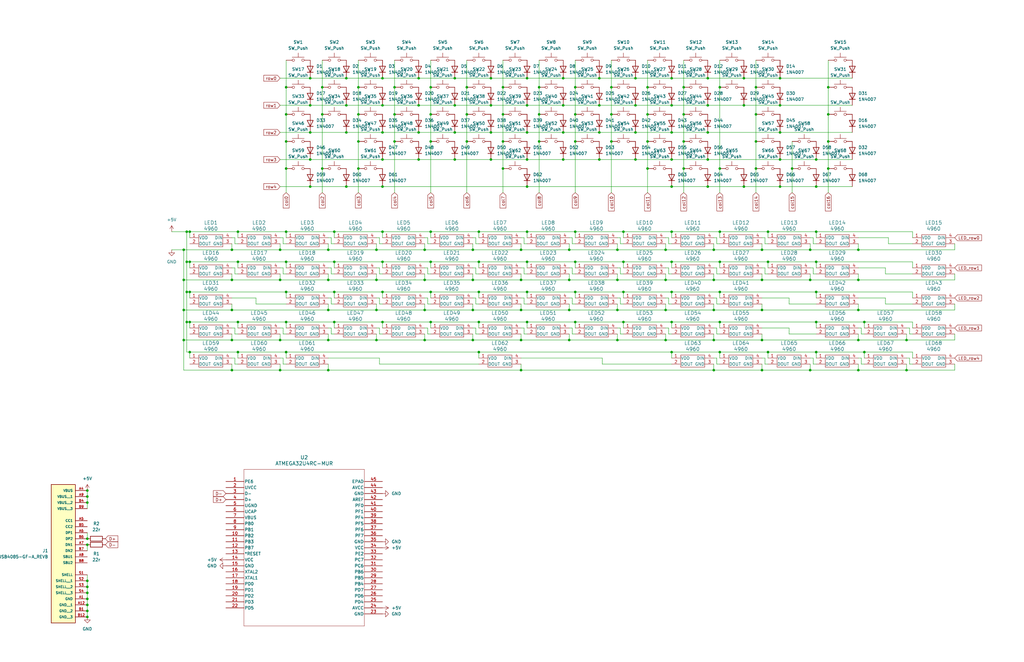
<source format=kicad_sch>
(kicad_sch (version 20230121) (generator eeschema)
  (paper "USLedger")
  (junction (at 300.99 105.41))
  (junction (at 303.53 71.12))
  (junction (at 161.29 110.49))
  (junction (at 158.75 143.51))
  (junction (at 77.47 143.51))
  (junction (at 120.65 71.12))
  (junction (at 181.61 48.26))
  (junction (at 382.27 143.51))
  (junction (at 100.33 97.79))
  (junction (at 138.43 105.41))
  (junction (at 237.49 67.31))
  (junction (at 222.25 110.49))
  (junction (at 267.97 44.45))
  (junction (at 146.05 55.88))
  (junction (at 179.07 105.41))
  (junction (at 179.07 130.81))
  (junction (at 219.71 156.21))
  (junction (at 138.43 118.11))
  (junction (at 262.89 110.49))
  (junction (at 242.57 135.89))
  (junction (at 151.13 48.26))
  (junction (at 303.53 123.19))
  (junction (at 303.53 135.89))
  (junction (at 222.25 55.88))
  (junction (at 323.85 97.79))
  (junction (at 199.39 130.81))
  (junction (at 207.01 67.31))
  (junction (at 283.21 78.74))
  (junction (at 283.21 44.45))
  (junction (at 78.74 135.89))
  (junction (at 344.17 135.89))
  (junction (at 288.29 71.12))
  (junction (at 242.57 110.49))
  (junction (at 77.47 130.81))
  (junction (at 151.13 59.69))
  (junction (at 361.95 105.41))
  (junction (at 364.49 148.59))
  (junction (at 280.67 118.11))
  (junction (at 242.57 59.69))
  (junction (at 158.75 105.41))
  (junction (at 219.71 118.11))
  (junction (at 283.21 135.89))
  (junction (at 323.85 148.59))
  (junction (at 196.85 59.69))
  (junction (at 97.79 105.41))
  (junction (at 181.61 36.83))
  (junction (at 341.63 156.21))
  (junction (at 344.17 110.49))
  (junction (at 120.65 123.19))
  (junction (at 303.53 110.49))
  (junction (at 100.33 110.49))
  (junction (at 176.53 67.31))
  (junction (at 36.83 229.87))
  (junction (at 237.49 55.88))
  (junction (at 77.47 118.11))
  (junction (at 207.01 44.45))
  (junction (at 283.21 67.31))
  (junction (at 181.61 59.69))
  (junction (at 78.74 110.49))
  (junction (at 267.97 33.02))
  (junction (at 166.37 59.69))
  (junction (at 227.33 59.69))
  (junction (at 334.01 71.12))
  (junction (at 260.35 130.81))
  (junction (at 196.85 36.83))
  (junction (at 237.49 44.45))
  (junction (at 100.33 148.59))
  (junction (at 227.33 48.26))
  (junction (at 138.43 143.51))
  (junction (at 36.83 245.11))
  (junction (at 212.09 59.69))
  (junction (at 364.49 135.89))
  (junction (at 146.05 78.74))
  (junction (at 36.83 207.01))
  (junction (at 80.01 135.89))
  (junction (at 349.25 36.83))
  (junction (at 300.99 156.21))
  (junction (at 77.47 105.41))
  (junction (at 201.93 135.89))
  (junction (at 199.39 143.51))
  (junction (at 267.97 67.31))
  (junction (at 318.77 71.12))
  (junction (at 191.77 44.45))
  (junction (at 262.89 135.89))
  (junction (at 219.71 143.51))
  (junction (at 161.29 33.02))
  (junction (at 321.31 105.41))
  (junction (at 120.65 97.79))
  (junction (at 146.05 33.02))
  (junction (at 138.43 130.81))
  (junction (at 181.61 110.49))
  (junction (at 130.81 78.74))
  (junction (at 36.83 255.27))
  (junction (at 313.69 33.02))
  (junction (at 97.79 143.51))
  (junction (at 328.93 55.88))
  (junction (at 100.33 135.89))
  (junction (at 138.43 156.21))
  (junction (at 196.85 48.26))
  (junction (at 298.45 33.02))
  (junction (at 36.83 260.35))
  (junction (at 212.09 48.26))
  (junction (at 321.31 156.21))
  (junction (at 120.65 48.26))
  (junction (at 222.25 67.31))
  (junction (at 288.29 59.69))
  (junction (at 97.79 130.81))
  (junction (at 36.83 247.65))
  (junction (at 80.01 110.49))
  (junction (at 130.81 33.02))
  (junction (at 120.65 59.69))
  (junction (at 176.53 55.88))
  (junction (at 298.45 55.88))
  (junction (at 191.77 67.31))
  (junction (at 191.77 55.88))
  (junction (at 181.61 123.19))
  (junction (at 283.21 110.49))
  (junction (at 298.45 44.45))
  (junction (at 260.35 143.51))
  (junction (at 283.21 148.59))
  (junction (at 135.89 48.26))
  (junction (at 328.93 78.74))
  (junction (at 349.25 71.12))
  (junction (at 135.89 71.12))
  (junction (at 280.67 105.41))
  (junction (at 199.39 118.11))
  (junction (at 252.73 44.45))
  (junction (at 262.89 123.19))
  (junction (at 158.75 118.11))
  (junction (at 344.17 148.59))
  (junction (at 97.79 118.11))
  (junction (at 140.97 123.19))
  (junction (at 283.21 33.02))
  (junction (at 120.65 110.49))
  (junction (at 222.25 135.89))
  (junction (at 222.25 78.74))
  (junction (at 323.85 110.49))
  (junction (at 300.99 130.81))
  (junction (at 80.01 123.19))
  (junction (at 212.09 36.83))
  (junction (at 118.11 105.41))
  (junction (at 262.89 97.79))
  (junction (at 267.97 55.88))
  (junction (at 298.45 67.31))
  (junction (at 280.67 143.51))
  (junction (at 158.75 130.81))
  (junction (at 361.95 118.11))
  (junction (at 78.74 123.19))
  (junction (at 36.83 227.33))
  (junction (at 166.37 36.83))
  (junction (at 161.29 78.74))
  (junction (at 36.83 209.55))
  (junction (at 303.53 36.83))
  (junction (at 80.01 148.59))
  (junction (at 344.17 67.31))
  (junction (at 283.21 55.88))
  (junction (at 118.11 118.11))
  (junction (at 242.57 97.79))
  (junction (at 36.83 252.73))
  (junction (at 298.45 78.74))
  (junction (at 328.93 44.45))
  (junction (at 252.73 67.31))
  (junction (at 222.25 44.45))
  (junction (at 207.01 33.02))
  (junction (at 146.05 44.45))
  (junction (at 240.03 143.51))
  (junction (at 349.25 59.69))
  (junction (at 118.11 156.21))
  (junction (at 179.07 143.51))
  (junction (at 135.89 36.83))
  (junction (at 237.49 33.02))
  (junction (at 199.39 105.41))
  (junction (at 151.13 36.83))
  (junction (at 318.77 36.83))
  (junction (at 219.71 130.81))
  (junction (at 300.99 118.11))
  (junction (at 361.95 143.51))
  (junction (at 176.53 44.45))
  (junction (at 161.29 97.79))
  (junction (at 120.65 148.59))
  (junction (at 207.01 55.88))
  (junction (at 303.53 148.59))
  (junction (at 288.29 48.26))
  (junction (at 222.25 33.02))
  (junction (at 222.25 97.79))
  (junction (at 341.63 118.11))
  (junction (at 328.93 33.02))
  (junction (at 201.93 110.49))
  (junction (at 212.09 71.12))
  (junction (at 140.97 135.89))
  (junction (at 240.03 130.81))
  (junction (at 318.77 48.26))
  (junction (at 252.73 55.88))
  (junction (at 273.05 71.12))
  (junction (at 118.11 143.51))
  (junction (at 257.81 59.69))
  (junction (at 201.93 123.19))
  (junction (at 341.63 105.41))
  (junction (at 140.97 97.79))
  (junction (at 260.35 105.41))
  (junction (at 166.37 48.26))
  (junction (at 179.07 118.11))
  (junction (at 176.53 33.02))
  (junction (at 201.93 97.79))
  (junction (at 273.05 48.26))
  (junction (at 151.13 71.12))
  (junction (at 280.67 130.81))
  (junction (at 321.31 143.51))
  (junction (at 273.05 36.83))
  (junction (at 36.83 257.81))
  (junction (at 240.03 105.41))
  (junction (at 242.57 36.83))
  (junction (at 80.01 97.79))
  (junction (at 273.05 59.69))
  (junction (at 240.03 118.11))
  (junction (at 283.21 97.79))
  (junction (at 222.25 123.19))
  (junction (at 321.31 118.11))
  (junction (at 252.73 33.02))
  (junction (at 140.97 110.49))
  (junction (at 181.61 97.79))
  (junction (at 242.57 48.26))
  (junction (at 161.29 135.89))
  (junction (at 344.17 97.79))
  (junction (at 318.77 59.69))
  (junction (at 361.95 156.21))
  (junction (at 161.29 67.31))
  (junction (at 303.53 97.79))
  (junction (at 36.83 250.19))
  (junction (at 328.93 67.31))
  (junction (at 260.35 118.11))
  (junction (at 78.74 97.79))
  (junction (at 130.81 44.45))
  (junction (at 130.81 67.31))
  (junction (at 120.65 36.83))
  (junction (at 219.71 105.41))
  (junction (at 349.25 48.26))
  (junction (at 382.27 156.21))
  (junction (at 181.61 135.89))
  (junction (at 191.77 33.02))
  (junction (at 227.33 36.83))
  (junction (at 288.29 36.83))
  (junction (at 321.31 130.81))
  (junction (at 130.81 55.88))
  (junction (at 36.83 212.09))
  (junction (at 361.95 130.81))
  (junction (at 97.79 156.21))
  (junction (at 242.57 123.19))
  (junction (at 313.69 44.45))
  (junction (at 300.99 143.51))
  (junction (at 161.29 55.88))
  (junction (at 344.17 78.74))
  (junction (at 120.65 135.89))
  (junction (at 283.21 123.19))
  (junction (at 257.81 36.83))
  (junction (at 161.29 123.19))
  (junction (at 313.69 78.74))
  (junction (at 161.29 44.45))
  (junction (at 257.81 48.26))
  (junction (at 344.17 123.19))
  (junction (at 201.93 148.59))
  (wire (pts (xy 160.02 113.03) (xy 160.02 115.57)))
  (wire (pts (xy 384.81 135.89) (xy 384.81 138.43)))
  (wire (pts (xy 341.63 118.11) (xy 361.95 118.11)))
  (wire (pts (xy 219.71 156.21) (xy 300.99 156.21)))
  (wire (pts (xy 344.17 148.59) (xy 364.49 148.59)))
  (wire (pts (xy 242.57 48.26) (xy 242.57 59.69)))
  (wire (pts (xy 219.71 140.97) (xy 219.71 143.51)))
  (wire (pts (xy 344.17 123.19) (xy 384.81 123.19)))
  (wire (pts (xy 130.81 55.88) (xy 146.05 55.88)))
  (wire (pts (xy 283.21 110.49) (xy 283.21 113.03)))
  (wire (pts (xy 176.53 55.88) (xy 191.77 55.88)))
  (wire (pts (xy 300.99 156.21) (xy 321.31 156.21)))
  (wire (pts (xy 382.27 138.43) (xy 383.54 138.43)))
  (wire (pts (xy 36.83 207.01) (xy 36.83 209.55)))
  (wire (pts (xy 283.21 33.02) (xy 267.97 33.02)))
  (wire (pts (xy 219.71 153.67) (xy 219.71 156.21)))
  (wire (pts (xy 283.21 135.89) (xy 283.21 138.43)))
  (wire (pts (xy 262.89 110.49) (xy 262.89 113.03)))
  (wire (pts (xy 219.71 138.43) (xy 220.98 138.43)))
  (wire (pts (xy 135.89 25.4) (xy 135.89 36.83)))
  (wire (pts (xy 240.03 105.41) (xy 260.35 105.41)))
  (wire (pts (xy 97.79 118.11) (xy 118.11 118.11)))
  (wire (pts (xy 138.43 102.87) (xy 138.43 105.41)))
  (wire (pts (xy 260.35 130.81) (xy 280.67 130.81)))
  (wire (pts (xy 321.31 156.21) (xy 341.63 156.21)))
  (wire (pts (xy 100.33 135.89) (xy 120.65 135.89)))
  (wire (pts (xy 260.35 118.11) (xy 280.67 118.11)))
  (wire (pts (xy 161.29 33.02) (xy 146.05 33.02)))
  (wire (pts (xy 199.39 140.97) (xy 199.39 143.51)))
  (wire (pts (xy 200.66 102.87) (xy 201.93 102.87)))
  (wire (pts (xy 180.34 102.87) (xy 181.61 102.87)))
  (wire (pts (xy 219.71 113.03) (xy 220.98 113.03)))
  (wire (pts (xy 283.21 55.88) (xy 298.45 55.88)))
  (wire (pts (xy 241.3 128.27) (xy 241.3 125.73)))
  (wire (pts (xy 267.97 67.31) (xy 283.21 67.31)))
  (wire (pts (xy 318.77 36.83) (xy 318.77 48.26)))
  (wire (pts (xy 300.99 115.57) (xy 300.99 118.11)))
  (wire (pts (xy 323.85 97.79) (xy 323.85 100.33)))
  (wire (pts (xy 260.35 143.51) (xy 280.67 143.51)))
  (wire (pts (xy 227.33 36.83) (xy 227.33 48.26)))
  (wire (pts (xy 179.07 113.03) (xy 180.34 113.03)))
  (wire (pts (xy 80.01 135.89) (xy 100.33 135.89)))
  (wire (pts (xy 280.67 105.41) (xy 300.99 105.41)))
  (wire (pts (xy 180.34 113.03) (xy 180.34 115.57)))
  (wire (pts (xy 161.29 135.89) (xy 161.29 138.43)))
  (wire (pts (xy 118.11 67.31) (xy 130.81 67.31)))
  (wire (pts (xy 181.61 135.89) (xy 201.93 135.89)))
  (wire (pts (xy 78.74 148.59) (xy 80.01 148.59)))
  (wire (pts (xy 303.53 123.19) (xy 344.17 123.19)))
  (wire (pts (xy 240.03 102.87) (xy 240.03 105.41)))
  (wire (pts (xy 97.79 113.03) (xy 99.06 113.03)))
  (wire (pts (xy 281.94 100.33) (xy 281.94 102.87)))
  (wire (pts (xy 240.03 100.33) (xy 241.3 100.33)))
  (wire (pts (xy 281.94 102.87) (xy 283.21 102.87)))
  (wire (pts (xy 281.94 115.57) (xy 283.21 115.57)))
  (wire (pts (xy 402.59 156.21) (xy 402.59 153.67)))
  (wire (pts (xy 298.45 55.88) (xy 328.93 55.88)))
  (wire (pts (xy 120.65 140.97) (xy 119.38 140.97)))
  (wire (pts (xy 179.07 115.57) (xy 179.07 118.11)))
  (wire (pts (xy 118.11 156.21) (xy 138.43 156.21)))
  (wire (pts (xy 303.53 135.89) (xy 344.17 135.89)))
  (wire (pts (xy 262.89 140.97) (xy 261.62 140.97)))
  (wire (pts (xy 138.43 113.03) (xy 139.7 113.03)))
  (wire (pts (xy 363.22 140.97) (xy 363.22 138.43)))
  (wire (pts (xy 160.02 128.27) (xy 160.02 125.73)))
  (wire (pts (xy 191.77 33.02) (xy 176.53 33.02)))
  (wire (pts (xy 220.98 102.87) (xy 222.25 102.87)))
  (wire (pts (xy 302.26 113.03) (xy 302.26 115.57)))
  (wire (pts (xy 318.77 25.4) (xy 318.77 36.83)))
  (wire (pts (xy 151.13 36.83) (xy 151.13 48.26)))
  (wire (pts (xy 201.93 140.97) (xy 200.66 140.97)))
  (wire (pts (xy 161.29 44.45) (xy 176.53 44.45)))
  (wire (pts (xy 181.61 123.19) (xy 201.93 123.19)))
  (wire (pts (xy 364.49 140.97) (xy 363.22 140.97)))
  (wire (pts (xy 283.21 44.45) (xy 298.45 44.45)))
  (wire (pts (xy 303.53 97.79) (xy 303.53 100.33)))
  (wire (pts (xy 207.01 67.31) (xy 222.25 67.31)))
  (wire (pts (xy 196.85 48.26) (xy 196.85 59.69)))
  (wire (pts (xy 260.35 113.03) (xy 261.62 113.03)))
  (wire (pts (xy 280.67 113.03) (xy 281.94 113.03)))
  (wire (pts (xy 97.79 125.73) (xy 107.95 125.73)))
  (wire (pts (xy 207.01 44.45) (xy 222.25 44.45)))
  (wire (pts (xy 283.21 128.27) (xy 281.94 128.27)))
  (wire (pts (xy 100.33 148.59) (xy 120.65 148.59)))
  (wire (pts (xy 80.01 97.79) (xy 100.33 97.79)))
  (wire (pts (xy 242.57 110.49) (xy 242.57 113.03)))
  (wire (pts (xy 361.95 143.51) (xy 382.27 143.51)))
  (wire (pts (xy 303.53 153.67) (xy 302.26 153.67)))
  (wire (pts (xy 199.39 115.57) (xy 199.39 118.11)))
  (wire (pts (xy 160.02 151.13) (xy 138.43 151.13)))
  (wire (pts (xy 323.85 110.49) (xy 323.85 113.03)))
  (wire (pts (xy 78.74 97.79) (xy 80.01 97.79)))
  (wire (pts (xy 321.31 138.43) (xy 332.74 138.43)))
  (wire (pts (xy 300.99 102.87) (xy 300.99 105.41)))
  (wire (pts (xy 384.81 123.19) (xy 384.81 125.73)))
  (wire (pts (xy 262.89 110.49) (xy 283.21 110.49)))
  (wire (pts (xy 199.39 102.87) (xy 199.39 105.41)))
  (wire (pts (xy 161.29 140.97) (xy 160.02 140.97)))
  (wire (pts (xy 328.93 78.74) (xy 344.17 78.74)))
  (wire (pts (xy 344.17 78.74) (xy 359.41 78.74)))
  (wire (pts (xy 382.27 140.97) (xy 382.27 143.51)))
  (wire (pts (xy 383.54 140.97) (xy 383.54 138.43)))
  (wire (pts (xy 321.31 143.51) (xy 361.95 143.51)))
  (wire (pts (xy 273.05 36.83) (xy 273.05 48.26)))
  (wire (pts (xy 373.38 125.73) (xy 361.95 125.73)))
  (wire (pts (xy 303.53 110.49) (xy 323.85 110.49)))
  (wire (pts (xy 283.21 78.74) (xy 298.45 78.74)))
  (wire (pts (xy 180.34 128.27) (xy 180.34 125.73)))
  (wire (pts (xy 196.85 36.83) (xy 196.85 48.26)))
  (wire (pts (xy 120.65 71.12) (xy 120.65 81.28)))
  (wire (pts (xy 222.25 123.19) (xy 242.57 123.19)))
  (wire (pts (xy 36.83 247.65) (xy 36.83 250.19)))
  (wire (pts (xy 283.21 123.19) (xy 283.21 125.73)))
  (wire (pts (xy 78.74 110.49) (xy 78.74 123.19)))
  (wire (pts (xy 161.29 135.89) (xy 181.61 135.89)))
  (wire (pts (xy 322.58 115.57) (xy 323.85 115.57)))
  (wire (pts (xy 402.59 102.87) (xy 402.59 105.41)))
  (wire (pts (xy 222.25 33.02) (xy 207.01 33.02)))
  (wire (pts (xy 303.53 128.27) (xy 302.26 128.27)))
  (wire (pts (xy 176.53 33.02) (xy 161.29 33.02)))
  (wire (pts (xy 97.79 102.87) (xy 97.79 105.41)))
  (wire (pts (xy 179.07 100.33) (xy 180.34 100.33)))
  (wire (pts (xy 373.38 128.27) (xy 373.38 125.73)))
  (wire (pts (xy 78.74 135.89) (xy 78.74 148.59)))
  (wire (pts (xy 161.29 110.49) (xy 181.61 110.49)))
  (wire (pts (xy 280.67 100.33) (xy 281.94 100.33)))
  (wire (pts (xy 220.98 140.97) (xy 220.98 138.43)))
  (wire (pts (xy 361.95 115.57) (xy 361.95 118.11)))
  (wire (pts (xy 344.17 128.27) (xy 332.74 128.27)))
  (wire (pts (xy 160.02 102.87) (xy 161.29 102.87)))
  (wire (pts (xy 240.03 113.03) (xy 241.3 113.03)))
  (wire (pts (xy 303.53 140.97) (xy 302.26 140.97)))
  (wire (pts (xy 100.33 110.49) (xy 100.33 113.03)))
  (wire (pts (xy 118.11 151.13) (xy 119.38 151.13)))
  (wire (pts (xy 222.25 123.19) (xy 222.25 125.73)))
  (wire (pts (xy 220.98 113.03) (xy 220.98 115.57)))
  (wire (pts (xy 77.47 130.81) (xy 77.47 143.51)))
  (wire (pts (xy 99.06 115.57) (xy 100.33 115.57)))
  (wire (pts (xy 273.05 25.4) (xy 273.05 36.83)))
  (wire (pts (xy 344.17 97.79) (xy 344.17 100.33)))
  (wire (pts (xy 138.43 140.97) (xy 138.43 143.51)))
  (wire (pts (xy 161.29 97.79) (xy 181.61 97.79)))
  (wire (pts (xy 349.25 36.83) (xy 349.25 48.26)))
  (wire (pts (xy 212.09 36.83) (xy 212.09 48.26)))
  (wire (pts (xy 180.34 115.57) (xy 181.61 115.57)))
  (wire (pts (xy 322.58 153.67) (xy 322.58 151.13)))
  (wire (pts (xy 36.83 242.57) (xy 36.83 245.11)))
  (wire (pts (xy 283.21 148.59) (xy 303.53 148.59)))
  (wire (pts (xy 242.57 123.19) (xy 262.89 123.19)))
  (wire (pts (xy 118.11 44.45) (xy 130.81 44.45)))
  (wire (pts (xy 80.01 148.59) (xy 80.01 151.13)))
  (wire (pts (xy 323.85 153.67) (xy 322.58 153.67)))
  (wire (pts (xy 241.3 100.33) (xy 241.3 102.87)))
  (wire (pts (xy 166.37 59.69) (xy 166.37 81.28)))
  (wire (pts (xy 262.89 97.79) (xy 262.89 100.33)))
  (wire (pts (xy 120.65 48.26) (xy 120.65 59.69)))
  (wire (pts (xy 261.62 115.57) (xy 262.89 115.57)))
  (wire (pts (xy 302.26 100.33) (xy 302.26 102.87)))
  (wire (pts (xy 321.31 105.41) (xy 341.63 105.41)))
  (wire (pts (xy 262.89 135.89) (xy 262.89 138.43)))
  (wire (pts (xy 361.95 140.97) (xy 361.95 143.51)))
  (wire (pts (xy 120.65 135.89) (xy 120.65 138.43)))
  (wire (pts (xy 207.01 55.88) (xy 222.25 55.88)))
  (wire (pts (xy 273.05 48.26) (xy 273.05 59.69)))
  (wire (pts (xy 313.69 44.45) (xy 328.93 44.45)))
  (wire (pts (xy 260.35 100.33) (xy 261.62 100.33)))
  (wire (pts (xy 252.73 67.31) (xy 267.97 67.31)))
  (wire (pts (xy 227.33 59.69) (xy 227.33 81.28)))
  (wire (pts (xy 361.95 151.13) (xy 363.22 151.13)))
  (wire (pts (xy 280.67 138.43) (xy 281.94 138.43)))
  (wire (pts (xy 219.71 130.81) (xy 240.03 130.81)))
  (wire (pts (xy 252.73 55.88) (xy 267.97 55.88)))
  (wire (pts (xy 373.38 113.03) (xy 373.38 115.57)))
  (wire (pts (xy 283.21 148.59) (xy 283.21 151.13)))
  (wire (pts (xy 280.67 102.87) (xy 280.67 105.41)))
  (wire (pts (xy 181.61 123.19) (xy 181.61 125.73)))
  (wire (pts (xy 262.89 97.79) (xy 283.21 97.79)))
  (wire (pts (xy 72.39 97.79) (xy 78.74 97.79)))
  (wire (pts (xy 300.99 100.33) (xy 302.26 100.33)))
  (wire (pts (xy 361.95 156.21) (xy 382.27 156.21)))
  (wire (pts (xy 342.9 100.33) (xy 342.9 102.87)))
  (wire (pts (xy 341.63 100.33) (xy 342.9 100.33)))
  (wire (pts (xy 240.03 125.73) (xy 241.3 125.73)))
  (wire (pts (xy 118.11 143.51) (xy 138.43 143.51)))
  (wire (pts (xy 281.94 140.97) (xy 281.94 138.43)))
  (wire (pts (xy 323.85 148.59) (xy 323.85 151.13)))
  (wire (pts (xy 201.93 123.19) (xy 222.25 123.19)))
  (wire (pts (xy 262.89 123.19) (xy 262.89 125.73)))
  (wire (pts (xy 321.31 140.97) (xy 321.31 143.51)))
  (wire (pts (xy 322.58 100.33) (xy 322.58 102.87)))
  (wire (pts (xy 222.25 128.27) (xy 220.98 128.27)))
  (wire (pts (xy 302.26 115.57) (xy 303.53 115.57)))
  (wire (pts (xy 300.99 125.73) (xy 302.26 125.73)))
  (wire (pts (xy 158.75 115.57) (xy 158.75 118.11)))
  (wire (pts (xy 77.47 143.51) (xy 97.79 143.51)))
  (wire (pts (xy 97.79 140.97) (xy 97.79 143.51)))
  (wire (pts (xy 262.89 135.89) (xy 283.21 135.89)))
  (wire (pts (xy 402.59 140.97) (xy 402.59 143.51)))
  (wire (pts (xy 158.75 140.97) (xy 158.75 143.51)))
  (wire (pts (xy 300.99 153.67) (xy 300.99 156.21)))
  (wire (pts (xy 222.25 135.89) (xy 242.57 135.89)))
  (wire (pts (xy 219.71 118.11) (xy 240.03 118.11)))
  (wire (pts (xy 118.11 55.88) (xy 130.81 55.88)))
  (wire (pts (xy 288.29 59.69) (xy 288.29 71.12)))
  (wire (pts (xy 280.67 140.97) (xy 280.67 143.51)))
  (wire (pts (xy 118.11 102.87) (xy 118.11 105.41)))
  (wire (pts (xy 322.58 113.03) (xy 322.58 115.57)))
  (wire (pts (xy 138.43 156.21) (xy 219.71 156.21)))
  (wire (pts (xy 179.07 130.81) (xy 199.39 130.81)))
  (wire (pts (xy 303.53 71.12) (xy 303.53 81.28)))
  (wire (pts (xy 36.83 250.19) (xy 36.83 252.73)))
  (wire (pts (xy 138.43 143.51) (xy 158.75 143.51)))
  (wire (pts (xy 273.05 59.69) (xy 273.05 71.12)))
  (wire (pts (xy 342.9 153.67) (xy 342.9 151.13)))
  (wire (pts (xy 260.35 140.97) (xy 260.35 143.51)))
  (wire (pts (xy 321.31 130.81) (xy 361.95 130.81)))
  (wire (pts (xy 201.93 110.49) (xy 222.25 110.49)))
  (wire (pts (xy 342.9 113.03) (xy 342.9 115.57)))
  (wire (pts (xy 382.27 153.67) (xy 382.27 156.21)))
  (wire (pts (xy 240.03 115.57) (xy 240.03 118.11)))
  (wire (pts (xy 240.03 130.81) (xy 260.35 130.81)))
  (wire (pts (xy 220.98 115.57) (xy 222.25 115.57)))
  (wire (pts (xy 200.66 128.27) (xy 200.66 125.73)))
  (wire (pts (xy 80.01 123.19) (xy 120.65 123.19)))
  (wire (pts (xy 140.97 110.49) (xy 161.29 110.49)))
  (wire (pts (xy 383.54 153.67) (xy 383.54 151.13)))
  (wire (pts (xy 349.25 59.69) (xy 349.25 71.12)))
  (wire (pts (xy 300.99 151.13) (xy 302.26 151.13)))
  (wire (pts (xy 118.11 118.11) (xy 138.43 118.11)))
  (wire (pts (xy 36.83 245.11) (xy 36.83 247.65)))
  (wire (pts (xy 139.7 128.27) (xy 139.7 125.73)))
  (wire (pts (xy 118.11 153.67) (xy 118.11 156.21)))
  (wire (pts (xy 158.75 100.33) (xy 160.02 100.33)))
  (wire (pts (xy 260.35 105.41) (xy 280.67 105.41)))
  (wire (pts (xy 281.94 113.03) (xy 281.94 115.57)))
  (wire (pts (xy 260.35 128.27) (xy 260.35 130.81)))
  (wire (pts (xy 119.38 153.67) (xy 120.65 153.67)))
  (wire (pts (xy 242.57 25.4) (xy 242.57 36.83)))
  (wire (pts (xy 402.59 115.57) (xy 402.59 118.11)))
  (wire (pts (xy 118.11 100.33) (xy 119.38 100.33)))
  (wire (pts (xy 384.81 148.59) (xy 384.81 151.13)))
  (wire (pts (xy 344.17 153.67) (xy 342.9 153.67)))
  (wire (pts (xy 100.33 148.59) (xy 100.33 151.13)))
  (wire (pts (xy 179.07 143.51) (xy 199.39 143.51)))
  (wire (pts (xy 363.22 151.13) (xy 363.22 153.67)))
  (wire (pts (xy 161.29 78.74) (xy 222.25 78.74)))
  (wire (pts (xy 158.75 113.03) (xy 160.02 113.03)))
  (wire (pts (xy 36.83 252.73) (xy 36.83 255.27)))
  (wire (pts (xy 199.39 100.33) (xy 200.66 100.33)))
  (wire (pts (xy 118.11 78.74) (xy 130.81 78.74)))
  (wire (pts (xy 240.03 143.51) (xy 260.35 143.51)))
  (wire (pts (xy 138.43 105.41) (xy 158.75 105.41)))
  (wire (pts (xy 257.81 25.4) (xy 257.81 36.83)))
  (wire (pts (xy 262.89 128.27) (xy 261.62 128.27)))
  (wire (pts (xy 181.61 97.79) (xy 201.93 97.79)))
  (wire (pts (xy 373.38 115.57) (xy 384.81 115.57)))
  (wire (pts (xy 97.79 115.57) (xy 97.79 118.11)))
  (wire (pts (xy 158.75 125.73) (xy 160.02 125.73)))
  (wire (pts (xy 344.17 67.31) (xy 359.41 67.31)))
  (wire (pts (xy 120.65 148.59) (xy 120.65 151.13)))
  (wire (pts (xy 219.71 128.27) (xy 219.71 130.81)))
  (wire (pts (xy 280.67 125.73) (xy 281.94 125.73)))
  (wire (pts (xy 181.61 25.4) (xy 181.61 36.83)))
  (wire (pts (xy 119.38 102.87) (xy 120.65 102.87)))
  (wire (pts (xy 283.21 67.31) (xy 298.45 67.31)))
  (wire (pts (xy 139.7 100.33) (xy 139.7 102.87)))
  (wire (pts (xy 158.75 118.11) (xy 179.07 118.11)))
  (wire (pts (xy 321.31 113.03) (xy 322.58 113.03)))
  (wire (pts (xy 321.31 125.73) (xy 332.74 125.73)))
  (wire (pts (xy 344.17 135.89) (xy 344.17 138.43)))
  (wire (pts (xy 298.45 33.02) (xy 283.21 33.02)))
  (wire (pts (xy 303.53 36.83) (xy 303.53 71.12)))
  (wire (pts (xy 222.25 140.97) (xy 220.98 140.97)))
  (wire (pts (xy 342.9 115.57) (xy 344.17 115.57)))
  (wire (pts (xy 318.77 71.12) (xy 318.77 81.28)))
  (wire (pts (xy 242.57 123.19) (xy 242.57 125.73)))
  (wire (pts (xy 158.75 138.43) (xy 160.02 138.43)))
  (wire (pts (xy 191.77 67.31) (xy 207.01 67.31)))
  (wire (pts (xy 176.53 67.31) (xy 191.77 67.31)))
  (wire (pts (xy 237.49 44.45) (xy 252.73 44.45)))
  (wire (pts (xy 227.33 25.4) (xy 227.33 36.83)))
  (wire (pts (xy 200.66 113.03) (xy 200.66 115.57)))
  (wire (pts (xy 242.57 97.79) (xy 262.89 97.79)))
  (wire (pts (xy 138.43 130.81) (xy 158.75 130.81)))
  (wire (pts (xy 138.43 100.33) (xy 139.7 100.33)))
  (wire (pts (xy 78.74 97.79) (xy 78.74 110.49)))
  (wire (pts (xy 179.07 125.73) (xy 180.34 125.73)))
  (wire (pts (xy 344.17 123.19) (xy 344.17 125.73)))
  (wire (pts (xy 260.35 102.87) (xy 260.35 105.41)))
  (wire (pts (xy 119.38 115.57) (xy 120.65 115.57)))
  (wire (pts (xy 146.05 33.02) (xy 130.81 33.02)))
  (wire (pts (xy 100.33 97.79) (xy 120.65 97.79)))
  (wire (pts (xy 300.99 138.43) (xy 302.26 138.43)))
  (wire (pts (xy 139.7 115.57) (xy 140.97 115.57)))
  (wire (pts (xy 200.66 140.97) (xy 200.66 138.43)))
  (wire (pts (xy 341.63 115.57) (xy 341.63 118.11)))
  (wire (pts (xy 151.13 71.12) (xy 151.13 81.28)))
  (wire (pts (xy 161.29 128.27) (xy 160.02 128.27)))
  (wire (pts (xy 77.47 118.11) (xy 97.79 118.11)))
  (wire (pts (xy 302.26 128.27) (xy 302.26 125.73)))
  (wire (pts (xy 151.13 25.4) (xy 151.13 36.83)))
  (wire (pts (xy 80.01 97.79) (xy 80.01 100.33)))
  (wire (pts (xy 161.29 123.19) (xy 161.29 125.73)))
  (wire (pts (xy 140.97 135.89) (xy 140.97 138.43)))
  (wire (pts (xy 140.97 123.19) (xy 140.97 125.73)))
  (wire (pts (xy 151.13 48.26) (xy 151.13 59.69)))
  (wire (pts (xy 341.63 113.03) (xy 342.9 113.03)))
  (wire (pts (xy 97.79 153.67) (xy 97.79 156.21)))
  (wire (pts (xy 201.93 128.27) (xy 200.66 128.27)))
  (wire (pts (xy 302.26 102.87) (xy 303.53 102.87)))
  (wire (pts (xy 241.3 102.87) (xy 242.57 102.87)))
  (wire (pts (xy 77.47 105.41) (xy 77.47 118.11)))
  (wire (pts (xy 120.65 148.59) (xy 201.93 148.59)))
  (wire (pts (xy 201.93 123.19) (xy 201.93 125.73)))
  (wire (pts (xy 199.39 128.27) (xy 199.39 130.81)))
  (wire (pts (xy 151.13 59.69) (xy 151.13 71.12)))
  (wire (pts (xy 219.71 125.73) (xy 220.98 125.73)))
  (wire (pts (xy 130.81 67.31) (xy 161.29 67.31)))
  (wire (pts (xy 332.74 128.27) (xy 332.74 125.73)))
  (wire (pts (xy 341.63 156.21) (xy 361.95 156.21)))
  (wire (pts (xy 242.57 110.49) (xy 262.89 110.49)))
  (wire (pts (xy 361.95 102.87) (xy 361.95 105.41)))
  (wire (pts (xy 344.17 97.79) (xy 384.81 97.79)))
  (wire (pts (xy 257.81 36.83) (xy 257.81 48.26)))
  (wire (pts (xy 313.69 33.02) (xy 298.45 33.02)))
  (wire (pts (xy 97.79 100.33) (xy 99.06 100.33)))
  (wire (pts (xy 97.79 151.13) (xy 99.06 151.13)))
  (wire (pts (xy 179.07 118.11) (xy 199.39 118.11)))
  (wire (pts (xy 99.06 151.13) (xy 99.06 153.67)))
  (wire (pts (xy 361.95 128.27) (xy 361.95 130.81)))
  (wire (pts (xy 146.05 55.88) (xy 161.29 55.88)))
  (wire (pts (xy 402.59 130.81) (xy 402.59 128.27)))
  (wire (pts (xy 261.62 128.27) (xy 261.62 125.73)))
  (wire (pts (xy 252.73 33.02) (xy 237.49 33.02)))
  (wire (pts (xy 318.77 59.69) (xy 318.77 71.12)))
  (wire (pts (xy 267.97 44.45) (xy 283.21 44.45)))
  (wire (pts (xy 180.34 100.33) (xy 180.34 102.87)))
  (wire (pts (xy 273.05 71.12) (xy 273.05 81.28)))
  (wire (pts (xy 130.81 78.74) (xy 146.05 78.74)))
  (wire (pts (xy 120.65 135.89) (xy 140.97 135.89)))
  (wire (pts (xy 242.57 36.83) (xy 242.57 48.26)))
  (wire (pts (xy 242.57 140.97) (xy 241.3 140.97)))
  (wire (pts (xy 261.62 100.33) (xy 261.62 102.87)))
  (wire (pts (xy 303.53 110.49) (xy 303.53 113.03)))
  (wire (pts (xy 97.79 156.21) (xy 118.11 156.21)))
  (wire (pts (xy 242.57 59.69) (xy 242.57 81.28)))
  (wire (pts (xy 257.81 59.69) (xy 257.81 81.28)))
  (wire (pts (xy 332.74 140.97) (xy 332.74 138.43)))
  (wire (pts (xy 191.77 44.45) (xy 207.01 44.45)))
  (wire (pts (xy 283.21 140.97) (xy 281.94 140.97)))
  (wire (pts (xy 181.61 135.89) (xy 181.61 138.43)))
  (wire (pts (xy 199.39 138.43) (xy 200.66 138.43)))
  (wire (pts (xy 161.29 123.19) (xy 181.61 123.19)))
  (wire (pts (xy 313.69 78.74) (xy 328.93 78.74)))
  (wire (pts (xy 283.21 153.67) (xy 254 153.67)))
  (wire (pts (xy 80.01 135.89) (xy 80.01 138.43)))
  (wire (pts (xy 288.29 71.12) (xy 288.29 81.28)))
  (wire (pts (xy 179.07 102.87) (xy 179.07 105.41)))
  (wire (pts (xy 374.65 102.87) (xy 384.81 102.87)))
  (wire (pts (xy 321.31 115.57) (xy 321.31 118.11)))
  (wire (pts (xy 207.01 33.02) (xy 191.77 33.02)))
  (wire (pts (xy 334.01 59.69) (xy 334.01 71.12)))
  (wire (pts (xy 181.61 140.97) (xy 180.34 140.97)))
  (wire (pts (xy 130.81 33.02) (xy 118.11 33.02)))
  (wire (pts (xy 199.39 125.73) (xy 200.66 125.73)))
  (wire (pts (xy 80.01 148.59) (xy 100.33 148.59)))
  (wire (pts (xy 280.67 130.81) (xy 300.99 130.81)))
  (wire (pts (xy 120.65 97.79) (xy 120.65 100.33)))
  (wire (pts (xy 344.17 110.49) (xy 384.81 110.49)))
  (wire (pts (xy 196.85 25.4) (xy 196.85 36.83)))
  (wire (pts (xy 237.49 67.31) (xy 252.73 67.31)))
  (wire (pts (xy 344.17 135.89) (xy 364.49 135.89)))
  (wire (pts (xy 138.43 138.43) (xy 139.7 138.43)))
  (wire (pts (xy 181.61 48.26) (xy 181.61 59.69)))
  (wire (pts (xy 120.65 128.27) (xy 107.95 128.27)))
  (wire (pts (xy 298.45 78.74) (xy 313.69 78.74)))
  (wire (pts (xy 146.05 44.45) (xy 161.29 44.45)))
  (wire (pts (xy 242.57 135.89) (xy 262.89 135.89)))
  (wire (pts (xy 166.37 36.83) (xy 166.37 48.26)))
  (wire (pts (xy 77.47 105.41) (xy 97.79 105.41)))
  (wire (pts (xy 140.97 97.79) (xy 140.97 100.33)))
  (wire (pts (xy 242.57 97.79) (xy 242.57 100.33)))
  (wire (pts (xy 267.97 55.88) (xy 283.21 55.88)))
  (wire (pts (xy 200.66 100.33) (xy 200.66 102.87)))
  (wire (pts (xy 179.07 138.43) (xy 180.34 138.43)))
  (wire (pts (xy 161.29 67.31) (xy 176.53 67.31)))
  (wire (pts (xy 281.94 128.27) (xy 281.94 125.73)))
  (wire (pts (xy 181.61 128.27) (xy 180.34 128.27)))
  (wire (pts (xy 280.67 143.51) (xy 300.99 143.51)))
  (wire (pts (xy 254 153.67) (xy 254 151.13)))
  (wire (pts (xy 283.21 110.49) (xy 303.53 110.49)))
  (wire (pts (xy 254 151.13) (xy 219.71 151.13)))
  (wire (pts (xy 328.93 44.45) (xy 359.41 44.45)))
  (wire (pts (xy 382.27 156.21) (xy 402.59 156.21)))
  (wire (pts (xy 222.25 97.79) (xy 222.25 100.33)))
  (wire (pts (xy 160.02 140.97) (xy 160.02 138.43)))
  (wire (pts (xy 260.35 115.57) (xy 260.35 118.11)))
  (wire (pts (xy 280.67 128.27) (xy 280.67 130.81)))
  (wire (pts (xy 382.27 143.51) (xy 402.59 143.51)))
  (wire (pts (xy 303.53 97.79) (xy 323.85 97.79)))
  (wire (pts (xy 99.06 113.03) (xy 99.06 115.57)))
  (wire (pts (xy 341.63 153.67) (xy 341.63 156.21)))
  (wire (pts (xy 261.62 113.03) (xy 261.62 115.57)))
  (wire (pts (xy 300.99 118.11) (xy 321.31 118.11)))
  (wire (pts (xy 364.49 135.89) (xy 384.81 135.89)))
  (wire (pts (xy 252.73 44.45) (xy 267.97 44.45)))
  (wire (pts (xy 201.93 153.67) (xy 160.02 153.67)))
  (wire (pts (xy 199.39 118.11) (xy 219.71 118.11)))
  (wire (pts (xy 240.03 128.27) (xy 240.03 130.81)))
  (wire (pts (xy 181.61 97.79) (xy 181.61 100.33)))
  (wire (pts (xy 77.47 156.21) (xy 97.79 156.21)))
  (wire (pts (xy 135.89 71.12) (xy 135.89 81.28)))
  (wire (pts (xy 179.07 128.27) (xy 179.07 130.81)))
  (wire (pts (xy 288.29 25.4) (xy 288.29 36.83)))
  (wire (pts (xy 364.49 148.59) (xy 384.81 148.59)))
  (wire (pts (xy 201.93 97.79) (xy 222.25 97.79)))
  (wire (pts (xy 99.06 153.67) (xy 100.33 153.67)))
  (wire (pts (xy 222.25 110.49) (xy 242.57 110.49)))
  (wire (pts (xy 135.89 36.83) (xy 135.89 48.26)))
  (wire (pts (xy 212.09 71.12) (xy 212.09 81.28)))
  (wire (pts (xy 36.83 224.79) (xy 36.83 227.33)))
  (wire (pts (xy 382.27 151.13) (xy 383.54 151.13)))
  (wire (pts (xy 118.11 105.41) (xy 138.43 105.41)))
  (wire (pts (xy 322.58 102.87) (xy 323.85 102.87)))
  (wire (pts (xy 97.79 130.81) (xy 138.43 130.81)))
  (wire (pts (xy 161.29 110.49) (xy 161.29 113.03)))
  (wire (pts (xy 72.39 105.41) (xy 77.47 105.41)))
  (wire (pts (xy 321.31 100.33) (xy 322.58 100.33)))
  (wire (pts (xy 349.25 71.12) (xy 349.25 81.28)))
  (wire (pts (xy 361.95 113.03) (xy 373.38 113.03)))
  (wire (pts (xy 300.99 113.03) (xy 302.26 113.03)))
  (wire (pts (xy 78.74 135.89) (xy 80.01 135.89)))
  (wire (pts (xy 219.71 102.87) (xy 219.71 105.41)))
  (wire (pts (xy 302.26 153.67) (xy 302.26 151.13)))
  (wire (pts (xy 384.81 153.67) (xy 383.54 153.67)))
  (wire (pts (xy 36.83 257.81) (xy 36.83 260.35)))
  (wire (pts (xy 222.25 67.31) (xy 237.49 67.31)))
  (wire (pts (xy 361.95 153.67) (xy 361.95 156.21)))
  (wire (pts (xy 139.7 140.97) (xy 139.7 138.43)))
  (wire (pts (xy 222.25 44.45) (xy 237.49 44.45)))
  (wire (pts (xy 384.81 140.97) (xy 383.54 140.97)))
  (wire (pts (xy 78.74 123.19) (xy 78.74 135.89)))
  (wire (pts (xy 160.02 115.57) (xy 161.29 115.57)))
  (wire (pts (xy 120.65 123.19) (xy 140.97 123.19)))
  (wire (pts (xy 139.7 102.87) (xy 140.97 102.87)))
  (wire (pts (xy 220.98 128.27) (xy 220.98 125.73)))
  (wire (pts (xy 201.93 148.59) (xy 283.21 148.59)))
  (wire (pts (xy 120.65 110.49) (xy 140.97 110.49)))
  (wire (pts (xy 363.22 153.67) (xy 364.49 153.67)))
  (wire (pts (xy 257.81 48.26) (xy 257.81 59.69)))
  (wire (pts (xy 196.85 59.69) (xy 196.85 81.28)))
  (wire (pts (xy 303.53 123.19) (xy 303.53 125.73)))
  (wire (pts (xy 146.05 78.74) (xy 161.29 78.74)))
  (wire (pts (xy 302.26 140.97) (xy 302.26 138.43)))
  (wire (pts (xy 328.93 67.31) (xy 344.17 67.31)))
  (wire (pts (xy 118.11 115.57) (xy 118.11 118.11)))
  (wire (pts (xy 138.43 125.73) (xy 139.7 125.73)))
  (wire (pts (xy 361.95 118.11) (xy 402.59 118.11)))
  (wire (pts (xy 120.65 97.79) (xy 140.97 97.79)))
  (wire (pts (xy 323.85 110.49) (xy 344.17 110.49)))
  (wire (pts (xy 241.3 140.97) (xy 241.3 138.43)))
  (wire (pts (xy 303.53 135.89) (xy 303.53 138.43)))
  (wire (pts (xy 280.67 115.57) (xy 280.67 118.11)))
  (wire (pts (xy 349.25 48.26) (xy 349.25 59.69)))
  (wire (pts (xy 321.31 118.11) (xy 341.63 118.11)))
  (wire (pts (xy 201.93 148.59) (xy 201.93 151.13)))
  (wire (pts (xy 212.09 59.69) (xy 212.09 71.12)))
  (wire (pts (xy 260.35 125.73) (xy 261.62 125.73)))
  (wire (pts (xy 300.99 105.41) (xy 321.31 105.41)))
  (wire (pts (xy 328.93 33.02) (xy 359.41 33.02)))
  (wire (pts (xy 344.17 110.49) (xy 344.17 113.03)))
  (wire (pts (xy 120.65 59.69) (xy 120.65 71.12)))
  (wire (pts (xy 158.75 130.81) (xy 179.07 130.81)))
  (wire (pts (xy 120.65 36.83) (xy 120.65 48.26)))
  (wire (pts (xy 344.17 148.59) (xy 344.17 151.13)))
  (wire (pts (xy 199.39 130.81) (xy 219.71 130.81)))
  (wire (pts (xy 139.7 113.03) (xy 139.7 115.57)))
  (wire (pts (xy 227.33 48.26) (xy 227.33 59.69)))
  (wire (pts (xy 241.3 113.03) (xy 241.3 115.57)))
  (wire (pts (xy 344.17 140.97) (xy 332.74 140.97)))
  (wire (pts (xy 161.29 97.79) (xy 161.29 100.33)))
  (wire (pts (xy 36.83 229.87) (xy 36.83 232.41)))
  (wire (pts (xy 120.65 25.4) (xy 120.65 36.83)))
  (wire (pts (xy 341.63 105.41) (xy 361.95 105.41)))
  (wire (pts (xy 36.83 255.27) (xy 36.83 257.81)))
  (wire (pts (xy 199.39 143.51) (xy 219.71 143.51)))
  (wire (pts (xy 201.93 97.79) (xy 201.93 100.33)))
  (wire (pts (xy 219.71 100.33) (xy 220.98 100.33)))
  (wire (pts (xy 219.71 143.51) (xy 240.03 143.51)))
  (wire (pts (xy 181.61 110.49) (xy 181.61 113.03)))
  (wire (pts (xy 199.39 113.03) (xy 200.66 113.03)))
  (wire (pts (xy 283.21 97.79) (xy 303.53 97.79)))
  (wire (pts (xy 212.09 25.4) (xy 212.09 36.83)))
  (wire (pts (xy 77.47 118.11) (xy 77.47 130.81)))
  (wire (pts (xy 140.97 135.89) (xy 161.29 135.89)))
  (wire (pts (xy 361.95 105.41) (xy 402.59 105.41)))
  (wire (pts (xy 334.01 71.12) (xy 334.01 81.28)))
  (wire (pts (xy 288.29 48.26) (xy 288.29 59.69)))
  (wire (pts (xy 158.75 102.87) (xy 158.75 105.41)))
  (wire (pts (xy 36.83 209.55) (xy 36.83 212.09)))
  (wire (pts (xy 179.07 140.97) (xy 179.07 143.51)))
  (wire (pts (xy 303.53 148.59) (xy 323.85 148.59)))
  (wire (pts (xy 181.61 36.83) (xy 181.61 48.26)))
  (wire (pts (xy 36.83 212.09) (xy 36.83 214.63)))
  (wire (pts (xy 261.62 140.97) (xy 261.62 138.43)))
  (wire (pts (xy 298.45 44.45) (xy 313.69 44.45)))
  (wire (pts (xy 179.07 105.41) (xy 199.39 105.41)))
  (wire (pts (xy 300.99 130.81) (xy 321.31 130.81)))
  (wire (pts (xy 100.33 97.79) (xy 100.33 100.33)))
  (wire (pts (xy 222.25 55.88) (xy 237.49 55.88)))
  (wire (pts (xy 99.06 140.97) (xy 99.06 138.43)))
  (wire (pts (xy 300.99 143.51) (xy 321.31 143.51)))
  (wire (pts (xy 361.95 100.33) (xy 374.65 100.33)))
  (wire (pts (xy 222.25 78.74) (xy 283.21 78.74)))
  (wire (pts (xy 140.97 123.19) (xy 161.29 123.19)))
  (wire (pts (xy 138.43 128.27) (xy 138.43 130.81)))
  (wire (pts (xy 321.31 128.27) (xy 321.31 130.81)))
  (wire (pts (xy 260.35 138.43) (xy 261.62 138.43)))
  (wire (pts (xy 100.33 140.97) (xy 99.06 140.97)))
  (wire (pts (xy 288.29 36.83) (xy 288.29 48.26)))
  (wire (pts (xy 138.43 115.57) (xy 138.43 118.11)))
  (wire (pts (xy 78.74 123.19) (xy 80.01 123.19)))
  (wire (pts (xy 140.97 97.79) (xy 161.29 97.79)))
  (wire (pts (xy 283.21 135.89) (xy 303.53 135.89)))
  (wire (pts (xy 267.97 33.02) (xy 252.73 33.02)))
  (wire (pts (xy 135.89 48.26) (xy 135.89 71.12)))
  (wire (pts (xy 97.79 138.43) (xy 99.06 138.43)))
  (wire (pts (xy 364.49 135.89) (xy 364.49 138.43)))
  (wire (pts (xy 384.81 97.79) (xy 384.81 100.33)))
  (wire (pts (xy 191.77 55.88) (xy 207.01 55.88)))
  (wire (pts (xy 78.74 110.49) (xy 80.01 110.49)))
  (wire (pts (xy 237.49 33.02) (xy 222.25 33.02)))
  (wire (pts (xy 341.63 151.13) (xy 342.9 151.13)))
  (wire (pts (xy 97.79 105.41) (xy 118.11 105.41)))
  (wire (pts (xy 176.53 44.45) (xy 191.77 44.45)))
  (wire (pts (xy 361.95 130.81) (xy 402.59 130.81)))
  (wire (pts (xy 328.93 33.02) (xy 313.69 33.02)))
  (wire (pts (xy 240.03 118.11) (xy 260.35 118.11)))
  (wire (pts (xy 242.57 135.89) (xy 242.57 138.43)))
  (wire (pts (xy 166.37 48.26) (xy 166.37 59.69)))
  (wire (pts (xy 261.62 102.87) (xy 262.89 102.87)))
  (wire (pts (xy 200.66 115.57) (xy 201.93 115.57)))
  (wire (pts (xy 166.37 25.4) (xy 166.37 36.83)))
  (wire (pts (xy 384.81 128.27) (xy 373.38 128.27)))
  (wire (pts (xy 120.65 110.49) (xy 120.65 113.03)))
  (wire (pts (xy 283.21 97.79) (xy 283.21 100.33)))
  (wire (pts (xy 321.31 153.67) (xy 321.31 156.21)))
  (wire (pts (xy 201.93 135.89) (xy 201.93 138.43)))
  (wire (pts (xy 300.99 128.27) (xy 300.99 130.81)))
  (wire (pts (xy 80.01 110.49) (xy 100.33 110.49)))
  (wire (pts (xy 349.25 25.4) (xy 349.25 36.83)))
  (wire (pts (xy 181.61 59.69) (xy 181.61 81.28)))
  (wire (pts (xy 219.71 105.41) (xy 240.03 105.41)))
  (wire (pts (xy 158.75 128.27) (xy 158.75 130.81)))
  (wire (pts (xy 107.95 128.27) (xy 107.95 125.73)))
  (wire (pts (xy 140.97 110.49) (xy 140.97 113.03)))
  (wire (pts (xy 321.31 102.87) (xy 321.31 105.41)))
  (wire (pts (xy 321.31 151.13) (xy 322.58 151.13)))
  (wire (pts (xy 341.63 102.87) (xy 341.63 105.41)))
  (wire (pts (xy 240.03 140.97) (xy 240.03 143.51)))
  (wire (pts (xy 80.01 123.19) (xy 80.01 125.73)))
  (wire (pts (xy 100.33 135.89) (xy 100.33 138.43)))
  (wire (pts (xy 364.49 148.59) (xy 364.49 151.13)))
  (wire (pts (xy 119.38 140.97) (xy 119.38 138.43)))
  (wire (pts (xy 99.06 102.87) (xy 100.33 102.87)))
  (wire (pts (xy 158.75 105.41) (xy 179.07 105.41)))
  (wire (pts (xy 100.33 110.49) (xy 120.65 110.49)))
  (wire (pts (xy 99.06 100.33) (xy 99.06 102.87)))
  (wire (pts (xy 328.93 55.88) (xy 359.41 55.88)))
  (wire (pts (xy 140.97 140.97) (xy 139.7 140.97)))
  (wire (pts (xy 300.99 140.97) (xy 300.99 143.51)))
  (wire (pts (xy 323.85 148.59) (xy 344.17 148.59)))
  (wire (pts (xy 242.57 128.27) (xy 241.3 128.27)))
  (wire (pts (xy 240.03 138.43) (xy 241.3 138.43)))
  (wire (pts (xy 80.01 110.49) (xy 80.01 113.03)))
  (wire (pts (xy 119.38 151.13) (xy 119.38 153.67)))
  (wire (pts (xy 323.85 97.79) (xy 344.17 97.79)))
  (wire (pts (xy 384.81 110.49) (xy 384.81 113.03)))
  (wire (pts (xy 181.61 110.49) (xy 201.93 110.49)))
  (wire (pts (xy 140.97 128.27) (xy 139.7 128.27)))
  (wire (pts (xy 212.09 48.26) (xy 212.09 59.69)))
  (wire (pts (xy 119.38 138.43) (xy 118.11 138.43)))
  (wire (pts (xy 222.25 97.79) (xy 242.57 97.79)))
  (wire (pts (xy 361.95 138.43) (xy 363.22 138.43)))
  (wire (pts (xy 219.71 115.57) (xy 219.71 118.11)))
  (wire (pts (xy 283.21 123.19) (xy 303.53 123.19)))
  (wire (pts (xy 97.79 143.51) (xy 118.11 143.51)))
  (wire (pts (xy 119.38 100.33) (xy 119.38 102.87)))
  (wire (pts (xy 303.53 148.59) (xy 303.53 151.13)))
  (wire (pts (xy 280.67 118.11) (xy 300.99 118.11)))
  (wire (pts (xy 201.93 110.49) (xy 201.93 113.03)))
  (wire (pts (xy 97.79 128.27) (xy 97.79 130.81)))
  (wire (pts (xy 120.65 123.19) (xy 120.65 125.73)))
  (wire (pts (xy 161.29 55.88) (xy 176.53 55.88)))
  (wire (pts (xy 201.93 135.89) (xy 222.25 135.89)))
  (wire (pts (xy 298.45 67.31) (xy 328.93 67.31)))
  (wire (pts (xy 118.11 140.97) (xy 118.11 143.51)))
  (wire (pts (xy 262.89 123.19) (xy 283.21 123.19)))
  (wire (pts (xy 241.3 115.57) (xy 242.57 115.57)))
  (wire (pts (xy 160.02 100.33) (xy 160.02 102.87)))
  (wire (pts (xy 138.43 118.11) (xy 158.75 118.11)))
  (wire (pts (xy 160.02 153.67) (xy 160.02 151.13)))
  (wire (pts (xy 342.9 102.87) (xy 344.17 102.87)))
  (wire (pts (xy 374.65 100.33) (xy 374.65 102.87)))
  (wire (pts (xy 303.53 25.4) (xy 303.53 36.83)))
  (wire (pts (xy 222.25 135.89) (xy 222.25 138.43)))
  (wire (pts (xy 222.25 110.49) (xy 222.25 113.03)))
  (wire (pts (xy 77.47 130.81) (xy 97.79 130.81)))
  (wire (pts (xy 180.34 140.97) (xy 180.34 138.43)))
  (wire (pts (xy 158.75 143.51) (xy 179.07 143.51)))
  (wire (pts (xy 138.43 153.67) (xy 138.43 156.21)))
  (wire (pts (xy 130.81 44.45) (xy 146.05 44.45)))
  (wire (pts (xy 118.11 113.03) (xy 119.38 113.03)))
  (wire (pts (xy 199.39 105.41) (xy 219.71 105.41)))
  (wire (pts (xy 318.77 48.26) (xy 318.77 59.69)))
  (wire (pts (xy 77.47 143.51) (xy 77.47 156.21)))
  (wire (pts (xy 220.98 100.33) (xy 220.98 102.87)))
  (wire (pts (xy 119.38 113.03) (xy 119.38 115.57)))
  (wire (pts (xy 237.49 55.88) (xy 252.73 55.88)))
  (global_label "row2" (shape input) (at 118.11 55.88 180) (property "Intersheetrefs" "${INTERSHEET_REFS}" (effects hide)))
  (global_label "col14" (shape input) (at 318.77 81.28 270) (property "Intersheetrefs" "${INTERSHEET_REFS}" (effects hide)))
  (global_label "row1" (shape input) (at 118.11 44.45 180) (property "Intersheetrefs" "${INTERSHEET_REFS}" (effects hide)))
  (global_label "col6" (shape input) (at 196.85 81.28 270) (property "Intersheetrefs" "${INTERSHEET_REFS}" (effects hide)))
  (global_label "LED_row2" (shape input) (at 402.59 125.73 0) (property "Intersheetrefs" "${INTERSHEET_REFS}" (effects hide)))
  (global_label "col10" (shape input) (at 257.81 81.28 270) (property "Intersheetrefs" "${INTERSHEET_REFS}" (effects hide)))
  (global_label "D+" (shape input) (at 44.45 227.33 0) (property "Intersheetrefs" "${INTERSHEET_REFS}" (effects hide)))
  (global_label "row4" (shape input) (at 118.11 78.74 180) (property "Intersheetrefs" "${INTERSHEET_REFS}" (effects hide)))
  (global_label "col2" (shape input) (at 135.89 81.28 270) (property "Intersheetrefs" "${INTERSHEET_REFS}" (effects hide)))
  (global_label "row3" (shape input) (at 118.11 67.31 180) (property "Intersheetrefs" "${INTERSHEET_REFS}" (effects hide)))
  (global_label "LED_row3" (shape input) (at 402.59 138.43 0) (property "Intersheetrefs" "${INTERSHEET_REFS}" (effects hide)))
  (global_label "col9" (shape input) (at 242.57 81.28 270) (property "Intersheetrefs" "${INTERSHEET_REFS}" (effects hide)))
  (global_label "D-" (shape input) (at 44.45 229.87 0) (property "Intersheetrefs" "${INTERSHEET_REFS}" (effects hide)))
  (global_label "col12" (shape input) (at 288.29 81.28 270) (property "Intersheetrefs" "${INTERSHEET_REFS}" (effects hide)))
  (global_label "LED_row0" (shape input) (at 402.59 100.33 0) (property "Intersheetrefs" "${INTERSHEET_REFS}" (effects hide)))
  (global_label "LED_row4" (shape input) (at 402.59 151.13 0) (property "Intersheetrefs" "${INTERSHEET_REFS}" (effects hide)))
  (global_label "col13" (shape input) (at 303.53 81.28 270) (property "Intersheetrefs" "${INTERSHEET_REFS}" (effects hide)))
  (global_label "col0" (shape input) (at 120.65 81.28 270) (property "Intersheetrefs" "${INTERSHEET_REFS}" (effects hide)))
  (global_label "col5" (shape input) (at 181.61 81.28 270) (property "Intersheetrefs" "${INTERSHEET_REFS}" (effects hide)))
  (global_label "col15" (shape input) (at 334.01 81.28 270) (property "Intersheetrefs" "${INTERSHEET_REFS}" (effects hide)))
  (global_label "col7" (shape input) (at 212.09 81.28 270) (property "Intersheetrefs" "${INTERSHEET_REFS}" (effects hide)))
  (global_label "col8" (shape input) (at 227.33 81.28 270) (property "Intersheetrefs" "${INTERSHEET_REFS}" (effects hide)))
  (global_label "LED_row1" (shape input) (at 402.59 113.03 0) (property "Intersheetrefs" "${INTERSHEET_REFS}" (effects hide)))
  (global_label "D-" (shape input) (at 95.25 208.28 180) (property "Intersheetrefs" "${INTERSHEET_REFS}" (effects hide)))
  (global_label "col3" (shape input) (at 151.13 81.28 270) (property "Intersheetrefs" "${INTERSHEET_REFS}" (effects hide)))
  (global_label "col16" (shape input) (at 349.25 81.28 270) (property "Intersheetrefs" "${INTERSHEET_REFS}" (effects hide)))
  (global_label "D+" (shape input) (at 95.25 210.82 180) (property "Intersheetrefs" "${INTERSHEET_REFS}" (effects hide)))
  (global_label "row0" (shape input) (at 118.11 33.02 180) (property "Intersheetrefs" "${INTERSHEET_REFS}" (effects hide)))
  (global_label "col11" (shape input) (at 273.05 81.28 270) (property "Intersheetrefs" "${INTERSHEET_REFS}" (effects hide)))
  (global_label "col4" (shape input) (at 166.37 81.28 270) (property "Intersheetrefs" "${INTERSHEET_REFS}" (effects hide)))
  (symbol (lib_id "Diode:1N4007") (at 191.77 40.64 90) (unit 1)
    (property "Reference" "D21" (at 194.31 39.37 90) (effects (justify right)))
    (property "Value" "1N4007" (at 194.31 41.91 90) (effects (justify right)))
    (property "Footprint" "Diode_SMD:D_SOD-123" (effects hide))
    (property "Datasheet" "http://www.vishay.com/docs/88503/1n4001.pdf" (effects hide))
    (property "Sim.Device" "D" (effects hide))
    (property "Sim.Pins" "1=K 2=A" (effects hide))
  )
  (symbol (lib_id "Switch:SW_Push") (at 125.73 71.12 0) (unit 1)
    (property "Reference" "SW59" (at 125.73 63.5 0))
    (property "Value" "SW_Push" (at 125.73 66.04 0))
    (property "Footprint" "Button_Switch_Keyboard:SW_Cherry_MX_1.25u_PCB" (effects hide))
  )
  (symbol (lib_id "Diode:1N4007") (at 359.41 63.5 90) (unit 1)
    (property "Reference" "D32" (at 361.95 62.23 90) (effects (justify right)))
    (property "Value" "1N4007" (at 361.95 64.77 90) (effects (justify right)))
    (property "Footprint" "Diode_SMD:D_SOD-123" (effects hide))
    (property "Datasheet" "http://www.vishay.com/docs/88503/1n4001.pdf" (effects hide))
    (property "Sim.Device" "D" (effects hide))
    (property "Sim.Pins" "1=K 2=A" (effects hide))
  )
  (symbol (lib_id "Snapeda_kicad_sym:4960") (at 251.46 114.3 0) (unit 1)
    (property "Reference" "LED24" (at 251.46 106.68 0) (effects (font (size 1.524 1.524))))
    (property "Value" "4960" (at 251.46 109.22 0) (effects (font (size 1.524 1.524))))
    (property "Footprint" "Snapeda:4960_ADA" (effects hide))
    (property "Datasheet" "4960" (effects hide))
  )
  (symbol (lib_id "Switch:SW_Push") (at 201.93 48.26 0) (unit 1)
    (property "Reference" "SW38" (at 201.93 40.64 0))
    (property "Value" "SW_Push" (at 201.93 43.18 0))
    (property "Footprint" "Button_Switch_Keyboard:SW_Cherry_MX_1.00u_PCB" (effects hide))
  )
  (symbol (lib_id "Diode:1N4007") (at 298.45 40.64 90) (unit 1)
    (property "Reference" "D28" (at 300.99 39.37 90) (effects (justify right)))
    (property "Value" "1N4007" (at 300.99 41.91 90) (effects (justify right)))
    (property "Footprint" "Diode_SMD:D_SOD-123" (effects hide))
    (property "Datasheet" "http://www.vishay.com/docs/88503/1n4001.pdf" (effects hide))
    (property "Sim.Device" "D" (effects hide))
    (property "Sim.Pins" "1=K 2=A" (effects hide))
  )
  (symbol (lib_id "Snapeda_kicad_sym:4960") (at 170.18 101.6 0) (unit 1)
    (property "Reference" "LED5" (at 170.18 93.98 0) (effects (font (size 1.524 1.524))))
    (property "Value" "4960" (at 170.18 96.52 0) (effects (font (size 1.524 1.524))))
    (property "Footprint" "Snapeda:4960_ADA" (effects hide))
    (property "Datasheet" "4960" (effects hide))
  )
  (symbol (lib_id "Diode:1N4007") (at 344.17 74.93 90) (unit 1)
    (property "Reference" "D67" (at 346.71 73.66 90) (effects (justify right)))
    (property "Value" "1N4007" (at 346.71 76.2 90) (effects (justify right)))
    (property "Footprint" "Diode_SMD:D_SOD-123" (effects hide))
    (property "Datasheet" "http://www.vishay.com/docs/88503/1n4001.pdf" (effects hide))
    (property "Sim.Device" "D" (effects hide))
    (property "Sim.Pins" "1=K 2=A" (effects hide))
  )
  (symbol (lib_id "Snapeda_kicad_sym:4960") (at 353.06 114.3 0) (unit 1)
    (property "Reference" "LED29" (at 353.06 106.68 0) (effects (font (size 1.524 1.524))))
    (property "Value" "4960" (at 353.06 109.22 0) (effects (font (size 1.524 1.524))))
    (property "Footprint" "Snapeda:4960_ADA" (effects hide))
    (property "Datasheet" "4960" (effects hide))
  )
  (symbol (lib_id "Diode:1N4007") (at 146.05 29.21 90) (unit 1)
    (property "Reference" "D2" (at 148.59 27.94 90) (effects (justify right)))
    (property "Value" "1N4007" (at 148.59 30.48 90) (effects (justify right)))
    (property "Footprint" "Diode_SMD:D_SOD-123" (effects hide))
    (property "Datasheet" "http://www.vishay.com/docs/88503/1n4001.pdf" (effects hide))
    (property "Sim.Device" "D" (effects hide))
    (property "Sim.Pins" "1=K 2=A" (effects hide))
  )
  (symbol (lib_id "Switch:SW_Push") (at 293.37 59.69 0) (unit 1)
    (property "Reference" "SW56" (at 293.37 52.07 0))
    (property "Value" "SW_Push" (at 293.37 54.61 0))
    (property "Footprint" "Button_Switch_Keyboard:SW_Cherry_MX_1.00u_PCB" (effects hide))
  )
  (symbol (lib_id "Snapeda_kicad_sym:4960") (at 231.14 114.3 0) (unit 1)
    (property "Reference" "LED23" (at 231.14 106.68 0) (effects (font (size 1.524 1.524))))
    (property "Value" "4960" (at 231.14 109.22 0) (effects (font (size 1.524 1.524))))
    (property "Footprint" "Snapeda:4960_ADA" (effects hide))
    (property "Datasheet" "4960" (effects hide))
  )
  (symbol (lib_id "Switch:SW_Push") (at 293.37 25.4 0) (unit 1)
    (property "Reference" "SW12" (at 293.37 17.78 0))
    (property "Value" "SW_Push" (at 293.37 20.32 0))
    (property "Footprint" "Button_Switch_Keyboard:SW_Cherry_MX_1.00u_PCB" (effects hide))
  )
  (symbol (lib_id "Switch:SW_Push") (at 247.65 25.4 0) (unit 1)
    (property "Reference" "SW9" (at 247.65 17.78 0))
    (property "Value" "SW_Push" (at 247.65 20.32 0))
    (property "Footprint" "Button_Switch_Keyboard:SW_Cherry_MX_1.00u_PCB" (effects hide))
  )
  (symbol (lib_id "Snapeda_kicad_sym:4960") (at 129.54 127 0) (unit 1)
    (property "Reference" "LED32" (at 129.54 119.38 0) (effects (font (size 1.524 1.524))))
    (property "Value" "4960" (at 129.54 121.92 0) (effects (font (size 1.524 1.524))))
    (property "Footprint" "Snapeda:4960_ADA" (effects hide))
    (property "Datasheet" "4960" (effects hide))
  )
  (symbol (lib_id "Diode:1N4007") (at 252.73 29.21 90) (unit 1)
    (property "Reference" "D9" (at 255.27 27.94 90) (effects (justify right)))
    (property "Value" "1N4007" (at 255.27 30.48 90) (effects (justify right)))
    (property "Footprint" "Diode_SMD:D_SOD-123" (effects hide))
    (property "Datasheet" "http://www.vishay.com/docs/88503/1n4001.pdf" (effects hide))
    (property "Sim.Device" "D" (effects hide))
    (property "Sim.Pins" "1=K 2=A" (effects hide))
  )
  (symbol (lib_id "Diode:1N4007") (at 359.41 40.64 90) (unit 1)
    (property "Reference" "D31" (at 361.95 39.37 90) (effects (justify right)))
    (property "Value" "1N4007" (at 361.95 41.91 90) (effects (justify right)))
    (property "Footprint" "Diode_SMD:D_SOD-123" (effects hide))
    (property "Datasheet" "http://www.vishay.com/docs/88503/1n4001.pdf" (effects hide))
    (property "Sim.Device" "D" (effects hide))
    (property "Sim.Pins" "1=K 2=A" (effects hide))
  )
  (symbol (lib_id "Switch:SW_Push") (at 278.13 36.83 0) (unit 1)
    (property "Reference" "SW27" (at 278.13 29.21 0))
    (property "Value" "SW_Push" (at 278.13 31.75 0))
    (property "Footprint" "Button_Switch_Keyboard:SW_Cherry_MX_1.00u_PCB" (effects hide))
  )
  (symbol (lib_id "Snapeda_kicad_sym:4960") (at 210.82 114.3 0) (unit 1)
    (property "Reference" "LED22" (at 210.82 106.68 0) (effects (font (size 1.524 1.524))))
    (property "Value" "4960" (at 210.82 109.22 0) (effects (font (size 1.524 1.524))))
    (property "Footprint" "Snapeda:4960_ADA" (effects hide))
    (property "Datasheet" "4960" (effects hide))
  )
  (symbol (lib_id "Diode:1N4007") (at 146.05 74.93 90) (unit 1)
    (property "Reference" "D60" (at 148.59 73.66 90) (effects (justify right)))
    (property "Value" "1N4007" (at 148.59 76.2 90) (effects (justify right)))
    (property "Footprint" "Diode_SMD:D_SOD-123" (effects hide))
    (property "Datasheet" "http://www.vishay.com/docs/88503/1n4001.pdf" (effects hide))
    (property "Sim.Device" "D" (effects hide))
    (property "Sim.Pins" "1=K 2=A" (effects hide))
  )
  (symbol (lib_id "Switch:SW_Push") (at 217.17 48.26 0) (unit 1)
    (property "Reference" "SW39" (at 217.17 40.64 0))
    (property "Value" "SW_Push" (at 217.17 43.18 0))
    (property "Footprint" "Button_Switch_Keyboard:SW_Cherry_MX_1.00u_PCB" (effects hide))
  )
  (symbol (lib_id "Diode:1N4007") (at 283.21 74.93 90) (unit 1)
    (property "Reference" "D63" (at 285.75 73.66 90) (effects (justify right)))
    (property "Value" "1N4007" (at 285.75 76.2 90) (effects (justify right)))
    (property "Footprint" "Diode_SMD:D_SOD-123" (effects hide))
    (property "Datasheet" "http://www.vishay.com/docs/88503/1n4001.pdf" (effects hide))
    (property "Sim.Device" "D" (effects hide))
    (property "Sim.Pins" "1=K 2=A" (effects hide))
  )
  (symbol (lib_id "Switch:SW_Push") (at 171.45 48.26 0) (unit 1)
    (property "Reference" "SW36" (at 171.45 40.64 0))
    (property "Value" "SW_Push" (at 171.45 43.18 0))
    (property "Footprint" "Button_Switch_Keyboard:SW_Cherry_MX_1.00u_PCB" (effects hide))
  )
  (symbol (lib_id "power:GND") (at 161.29 208.28 90) (unit 1)
    (property "Reference" "#PWR09" (effects hide))
    (property "Value" "GND" (at 165.1 208.28 90) (effects (justify right)))
  )
  (symbol (lib_id "Snapeda_kicad_sym:4960") (at 149.86 114.3 0) (unit 1)
    (property "Reference" "LED19" (at 149.86 106.68 0) (effects (font (size 1.524 1.524))))
    (property "Value" "4960" (at 149.86 109.22 0) (effects (font (size 1.524 1.524))))
    (property "Footprint" "Snapeda:4960_ADA" (effects hide))
    (property "Datasheet" "4960" (effects hide))
  )
  (symbol (lib_id "Snapeda_kicad_sym:4960") (at 231.14 101.6 0) (unit 1)
    (property "Reference" "LED8" (at 231.14 93.98 0) (effects (font (size 1.524 1.524))))
    (property "Value" "4960" (at 231.14 96.52 0) (effects (font (size 1.524 1.524))))
    (property "Footprint" "Snapeda:4960_ADA" (effects hide))
    (property "Datasheet" "4960" (effects hide))
  )
  (symbol (lib_id "Switch:SW_Push") (at 125.73 48.26 0) (unit 1)
    (property "Reference" "SW33" (at 125.73 40.64 0))
    (property "Value" "SW_Push" (at 125.73 43.18 0))
    (property "Footprint" "Button_Switch_Keyboard:SW_Cherry_MX_1.75u_PCB" (effects hide))
  )
  (symbol (lib_id "power:+5V") (at 161.29 231.14 270) (unit 1)
    (property "Reference" "#PWR07" (effects hide))
    (property "Value" "+5V" (at 165.1 231.14 90) (effects (justify left)))
  )
  (symbol (lib_id "Switch:SW_Push") (at 293.37 36.83 0) (unit 1)
    (property "Reference" "SW28" (at 293.37 29.21 0))
    (property "Value" "SW_Push" (at 293.37 31.75 0))
    (property "Footprint" "Button_Switch_Keyboard:SW_Cherry_MX_1.00u_PCB" (effects hide))
  )
  (symbol (lib_id "Snapeda_kicad_sym:4960") (at 109.22 114.3 0) (unit 1)
    (property "Reference" "LED17" (at 109.22 106.68 0) (effects (font (size 1.524 1.524))))
    (property "Value" "4960" (at 109.22 109.22 0) (effects (font (size 1.524 1.524))))
    (property "Footprint" "Snapeda:4960_ADA" (effects hide))
    (property "Datasheet" "4960" (effects hide))
  )
  (symbol (lib_id "Switch:SW_Push") (at 354.33 25.4 0) (unit 1)
    (property "Reference" "SW15" (at 354.33 17.78 0))
    (property "Value" "SW_Push" (at 354.33 20.32 0))
    (property "Footprint" "Button_Switch_Keyboard:SW_Cherry_MX_1.00u_PCB" (effects hide))
  )
  (symbol (lib_id "Snapeda_kicad_sym:4960") (at 210.82 152.4 0) (unit 1)
    (property "Reference" "LED62" (at 210.82 144.78 0) (effects (font (size 1.524 1.524))))
    (property "Value" "4960" (at 210.82 147.32 0) (effects (font (size 1.524 1.524))))
    (property "Footprint" "Snapeda:4960_ADA" (effects hide))
    (property "Datasheet" "4960" (effects hide))
  )
  (symbol (lib_id "Switch:SW_Push") (at 125.73 25.4 0) (unit 1)
    (property "Reference" "SW1" (at 125.73 17.78 0))
    (property "Value" "SW_Push" (at 125.73 20.32 0))
    (property "Footprint" "Button_Switch_Keyboard:SW_Cherry_MX_1.00u_PCB" (effects hide))
  )
  (symbol (lib_id "Diode:1N4007") (at 222.25 29.21 90) (unit 1)
    (property "Reference" "D7" (at 224.79 27.94 90) (effects (justify right)))
    (property "Value" "1N4007" (at 224.79 30.48 90) (effects (justify right)))
    (property "Footprint" "Diode_SMD:D_SOD-123" (effects hide))
    (property "Datasheet" "http://www.vishay.com/docs/88503/1n4001.pdf" (effects hide))
    (property "Sim.Device" "D" (effects hide))
    (property "Sim.Pins" "1=K 2=A" (effects hide))
  )
  (symbol (lib_id "Switch:SW_Push") (at 354.33 59.69 0) (unit 1)
    (property "Reference" "SW32" (effects hide))
    (property "Value" "SW_Push" (effects hide))
    (property "Footprint" "Button_Switch_Keyboard:SW_Cherry_MX_1.00u_PCB" (effects hide))
  )
  (symbol (lib_id "Switch:SW_Push") (at 354.33 36.83 0) (unit 1)
    (property "Reference" "SW31" (at 354.33 29.21 0))
    (property "Value" "SW_Push" (at 354.33 31.75 0))
    (property "Footprint" "Button_Switch_Keyboard:SW_Cherry_MX_1.00u_PCB" (effects hide))
  )
  (symbol (lib_id "Snapeda_kicad_sym:4960") (at 251.46 101.6 0) (unit 1)
    (property "Reference" "LED9" (at 251.46 93.98 0) (effects (font (size 1.524 1.524))))
    (property "Value" "4960" (at 251.46 96.52 0) (effects (font (size 1.524 1.524))))
    (property "Footprint" "Snapeda:4960_ADA" (effects hide))
    (property "Datasheet" "4960" (effects hide))
  )
  (symbol (lib_id "Diode:1N4007") (at 222.25 52.07 90) (unit 1)
    (property "Reference" "D39" (at 224.79 50.8 90) (effects (justify right)))
    (property "Value" "1N4007" (at 224.79 53.34 90) (effects (justify right)))
    (property "Footprint" "Diode_SMD:D_SOD-123" (effects hide))
    (property "Datasheet" "http://www.vishay.com/docs/88503/1n4001.pdf" (effects hide))
    (property "Sim.Device" "D" (effects hide))
    (property "Sim.Pins" "1=K 2=A" (effects hide))
  )
  (symbol (lib_id "Switch:SW_Push") (at 232.41 36.83 0) (unit 1)
    (property "Reference" "SW24" (at 232.41 29.21 0))
    (property "Value" "SW_Push" (at 232.41 31.75 0))
    (property "Footprint" "Button_Switch_Keyboard:SW_Cherry_MX_1.00u_PCB" (effects hide))
  )
  (symbol (lib_id "Diode:1N4007") (at 191.77 29.21 90) (unit 1)
    (property "Reference" "D5" (at 194.31 27.94 90) (effects (justify right)))
    (property "Value" "1N4007" (at 194.31 30.48 90) (effects (justify right)))
    (property "Footprint" "Diode_SMD:D_SOD-123" (effects hide))
    (property "Datasheet" "http://www.vishay.com/docs/88503/1n4001.pdf" (effects hide))
    (property "Sim.Device" "D" (effects hide))
    (property "Sim.Pins" "1=K 2=A" (effects hide))
  )
  (symbol (lib_id "Switch:SW_Push") (at 217.17 71.12 0) (unit 1)
    (property "Reference" "SW62" (at 217.17 63.5 0))
    (property "Value" "SW_Push" (at 217.17 66.04 0))
    (property "Footprint" "Button_Switch_Keyboard:SW_Cherry_MX_6.25u_PCB" (effects hide))
  )
  (symbol (lib_id "Snapeda_kicad_sym:4960") (at 190.5 139.7 0) (unit 1)
    (property "Reference" "LED49" (at 190.5 132.08 0) (effects (font (size 1.524 1.524))))
    (property "Value" "4960" (at 190.5 134.62 0) (effects (font (size 1.524 1.524))))
    (property "Footprint" "Snapeda:4960_ADA" (effects hide))
    (property "Datasheet" "4960" (effects hide))
  )
  (symbol (lib_id "Diode:1N4007") (at 207.01 52.07 90) (unit 1)
    (property "Reference" "D38" (at 209.55 50.8 90) (effects (justify right)))
    (property "Value" "1N4007" (at 209.55 53.34 90) (effects (justify right)))
    (property "Footprint" "Diode_SMD:D_SOD-123" (effects hide))
    (property "Datasheet" "http://www.vishay.com/docs/88503/1n4001.pdf" (effects hide))
    (property "Sim.Device" "D" (effects hide))
    (property "Sim.Pins" "1=K 2=A" (effects hide))
  )
  (symbol (lib_id "Diode:1N4007") (at 161.29 52.07 90) (unit 1)
    (property "Reference" "D35" (at 163.83 50.8 90) (effects (justify right)))
    (property "Value" "1N4007" (at 163.83 53.34 90) (effects (justify right)))
    (property "Footprint" "Diode_SMD:D_SOD-123" (effects hide))
    (property "Datasheet" "http://www.vishay.com/docs/88503/1n4001.pdf" (effects hide))
    (property "Sim.Device" "D" (effects hide))
    (property "Sim.Pins" "1=K 2=A" (effects hide))
  )
  (symbol (lib_id "Diode:1N4007") (at 222.25 40.64 90) (unit 1)
    (property "Reference" "D23" (at 224.79 39.37 90) (effects (justify right)))
    (property "Value" "1N4007" (at 224.79 41.91 90) (effects (justify right)))
    (property "Footprint" "Diode_SMD:D_SOD-123" (effects hide))
    (property "Datasheet" "http://www.vishay.com/docs/88503/1n4001.pdf" (effects hide))
    (property "Sim.Device" "D" (effects hide))
    (property "Sim.Pins" "1=K 2=A" (effects hide))
  )
  (symbol (lib_id "Snapeda_kicad_sym:4960") (at 231.14 127 0) (unit 1)
    (property "Reference" "LED37" (at 231.14 119.38 0) (effects (font (size 1.524 1.524))))
    (property "Value" "4960" (at 231.14 121.92 0) (effects (font (size 1.524 1.524))))
    (property "Footprint" "Snapeda:4960_ADA" (effects hide))
    (property "Datasheet" "4960" (effects hide))
  )
  (symbol (lib_id "Switch:SW_Push") (at 186.69 25.4 0) (unit 1)
    (property "Reference" "SW5" (at 186.69 17.78 0))
    (property "Value" "SW_Push" (at 186.69 20.32 0))
    (property "Footprint" "Button_Switch_Keyboard:SW_Cherry_MX_1.00u_PCB" (effects hide))
  )
  (symbol (lib_id "Diode:1N4007") (at 283.21 29.21 90) (unit 1)
    (property "Reference" "D11" (at 285.75 27.94 90) (effects (justify right)))
    (property "Value" "1N4007" (at 285.75 30.48 90) (effects (justify right)))
    (property "Footprint" "Diode_SMD:D_SOD-123" (effects hide))
    (property "Datasheet" "http://www.vishay.com/docs/88503/1n4001.pdf" (effects hide))
    (property "Sim.Device" "D" (effects hide))
    (property "Sim.Pins" "1=K 2=A" (effects hide))
  )
  (symbol (lib_id "Snapeda_kicad_sym:4960") (at 353.06 101.6 0) (unit 1)
    (property "Reference" "LED14" (at 353.06 93.98 0) (effects (font (size 1.524 1.524))))
    (property "Value" "4960" (at 353.06 96.52 0) (effects (font (size 1.524 1.524))))
    (property "Footprint" "Snapeda:4960_ADA" (effects hide))
    (property "Datasheet" "4960" (effects hide))
  )
  (symbol (lib_id "Diode:1N4007") (at 161.29 29.21 90) (unit 1)
    (property "Reference" "D3" (at 163.83 27.94 90) (effects (justify right)))
    (property "Value" "1N4007" (at 163.83 30.48 90) (effects (justify right)))
    (property "Footprint" "Diode_SMD:D_SOD-123" (effects hide))
    (property "Datasheet" "http://www.vishay.com/docs/88503/1n4001.pdf" (effects hide))
    (property "Sim.Device" "D" (effects hide))
    (property "Sim.Pins" "1=K 2=A" (effects hide))
  )
  (symbol (lib_id "Snapeda_kicad_sym:4960") (at 88.9 152.4 0) (unit 1)
    (property "Reference" "LED59" (at 88.9 144.78 0) (effects (font (size 1.524 1.524))))
    (property "Value" "4960" (at 88.9 147.32 0) (effects (font (size 1.524 1.524))))
    (property "Footprint" "Snapeda:4960_ADA" (effects hide))
    (property "Datasheet" "4960" (effects hide))
  )
  (symbol (lib_id "Snapeda_kicad_sym:4960") (at 251.46 139.7 0) (unit 1)
    (property "Reference" "LED52" (at 251.46 132.08 0) (effects (font (size 1.524 1.524))))
    (property "Value" "4960" (at 251.46 134.62 0) (effects (font (size 1.524 1.524))))
    (property "Footprint" "Snapeda:4960_ADA" (effects hide))
    (property "Datasheet" "4960" (effects hide))
  )
  (symbol (lib_id "Snapeda_kicad_sym:4960") (at 88.9 101.6 0) (unit 1)
    (property "Reference" "LED1" (at 88.9 93.98 0) (effects (font (size 1.524 1.524))))
    (property "Value" "4960" (at 88.9 96.52 0) (effects (font (size 1.524 1.524))))
    (property "Footprint" "Snapeda:4960_ADA" (effects hide))
    (property "Datasheet" "4960" (effects hide))
  )
  (symbol (lib_id "Switch:SW_Push") (at 217.17 25.4 0) (unit 1)
    (property "Reference" "SW7" (at 217.17 17.78 0))
    (property "Value" "SW_Push" (at 217.17 20.32 0))
    (property "Footprint" "Button_Switch_Keyboard:SW_Cherry_MX_1.00u_PCB" (effects hide))
  )
  (symbol (lib_id "Diode:1N4007") (at 298.45 74.93 90) (unit 1)
    (property "Reference" "D64" (at 300.99 73.66 90) (effects (justify right)))
    (property "Value" "1N4007" (at 300.99 76.2 90) (effects (justify right)))
    (property "Footprint" "Diode_SMD:D_SOD-123" (effects hide))
    (property "Datasheet" "http://www.vishay.com/docs/88503/1n4001.pdf" (effects hide))
    (property "Sim.Device" "D" (effects hide))
    (property "Sim.Pins" "1=K 2=A" (effects hide))
  )
  (symbol (lib_id "Snapeda_kicad_sym:4960") (at 393.7 152.4 0) (unit 1)
    (property "Reference" "LED68" (at 393.7 144.78 0) (effects (font (size 1.524 1.524))))
    (property "Value" "4960" (at 393.7 147.32 0) (effects (font (size 1.524 1.524))))
    (property "Footprint" "Snapeda:4960_ADA" (effects hide))
    (property "Datasheet" "4960" (effects hide))
  )
  (symbol (lib_id "Snapeda_kicad_sym:USB4085-GF-A_REVB") (at 26.67 222.25 0) (mirror y) (unit 1)
    (property "Reference" "J1" (at 20.32 232.41 0) (effects (justify left)))
    (property "Value" "USB4085-GF-A_REVB" (at 20.32 234.95 0) (effects (justify left)))
    (property "Footprint" "Snapeda:USB4085-GF-A_REVB_GCT_USB4085-GF-A_REVB" (effects hide))
    (property "PARTREV" "B" (effects hide))
    (property "STANDARD" "Manufacturer Recommendations" (effects hide))
    (property "SNAPEDA_PN" "USB4085-GF-A" (effects hide))
    (property "MAXIMUM_PACKAGE_HEIGHT" "3.16mm" (effects hide))
    (property "MANUFACTURER" "Global Connector Technology" (effects hide))
  )
  (symbol (lib_id "Snapeda_kicad_sym:4960") (at 210.82 127 0) (unit 1)
    (property "Reference" "LED36" (at 210.82 119.38 0) (effects (font (size 1.524 1.524))))
    (property "Value" "4960" (at 210.82 121.92 0) (effects (font (size 1.524 1.524))))
    (property "Footprint" "Snapeda:4960_ADA" (effects hide))
    (property "Datasheet" "4960" (effects hide))
  )
  (symbol (lib_id "Switch:SW_Push") (at 201.93 59.69 0) (unit 1)
    (property "Reference" "SW50" (at 201.93 52.07 0))
    (property "Value" "SW_Push" (at 201.93 54.61 0))
    (property "Footprint" "Button_Switch_Keyboard:SW_Cherry_MX_1.00u_PCB" (effects hide))
  )
  (symbol (lib_id "Snapeda_kicad_sym:4960") (at 170.18 127 0) (unit 1)
    (property "Reference" "LED34" (at 170.18 119.38 0) (effects (font (size 1.524 1.524))))
    (property "Value" "4960" (at 170.18 121.92 0) (effects (font (size 1.524 1.524))))
    (property "Footprint" "Snapeda:4960_ADA" (effects hide))
    (property "Datasheet" "4960" (effects hide))
  )
  (symbol (lib_id "Snapeda_kicad_sym:4960") (at 393.7 101.6 0) (unit 1)
    (property "Reference" "LED15" (at 393.7 93.98 0) (effects (font (size 1.524 1.524))))
    (property "Value" "4960" (at 393.7 96.52 0) (effects (font (size 1.524 1.524))))
    (property "Footprint" "Snapeda:4960_ADA" (effects hide))
    (property "Datasheet" "4960" (effects hide))
  )
  (symbol (lib_id "Snapeda_kicad_sym:4960") (at 190.5 101.6 0) (unit 1)
    (property "Reference" "LED6" (at 190.5 93.98 0) (effects (font (size 1.524 1.524))))
    (property "Value" "4960" (at 190.5 96.52 0) (effects (font (size 1.524 1.524))))
    (property "Footprint" "Snapeda:4960_ADA" (effects hide))
    (property "Datasheet" "4960" (effects hide))
  )
  (symbol (lib_id "Switch:SW_Push") (at 125.73 36.83 0) (unit 1)
    (property "Reference" "SW17" (at 125.73 29.21 0))
    (property "Value" "SW_Push" (at 125.73 31.75 0))
    (property "Footprint" "Button_Switch_Keyboard:SW_Cherry_MX_1.50u_PCB" (effects hide))
  )
  (symbol (lib_id "Snapeda_kicad_sym:4960") (at 393.7 127 0) (unit 1)
    (property "Reference" "LED43" (at 393.7 119.38 0) (effects (font (size 1.524 1.524))))
    (property "Value" "4960" (at 393.7 121.92 0) (effects (font (size 1.524 1.524))))
    (property "Footprint" "Snapeda:4960_ADA" (effects hide))
    (property "Datasheet" "4960" (effects hide))
  )
  (symbol (lib_id "Snapeda_kicad_sym:4960") (at 271.78 101.6 0) (unit 1)
    (property "Reference" "LED10" (at 271.78 93.98 0) (effects (font (size 1.524 1.524))))
    (property "Value" "4960" (at 271.78 96.52 0) (effects (font (size 1.524 1.524))))
    (property "Footprint" "Snapeda:4960_ADA" (effects hide))
    (property "Datasheet" "4960" (effects hide))
  )
  (symbol (lib_id "Diode:1N4007") (at 283.21 40.64 90) (unit 1)
    (property "Reference" "D27" (at 285.75 39.37 90) (effects (justify right)))
    (property "Value" "1N4007" (at 285.75 41.91 90) (effects (justify right)))
    (property "Footprint" "Diode_SMD:D_SOD-123" (effects hide))
    (property "Datasheet" "http://www.vishay.com/docs/88503/1n4001.pdf" (effects hide))
    (property "Sim.Device" "D" (effects hide))
    (property "Sim.Pins" "1=K 2=A" (effects hide))
  )
  (symbol (lib_id "Switch:SW_Push") (at 323.85 25.4 0) (unit 1)
    (property "Reference" "SW14" (at 323.85 17.78 0))
    (property "Value" "SW_Push" (at 323.85 20.32 0))
    (property "Footprint" "Button_Switch_Keyboard:SW_Cherry_MX_2.00u_PCB" (effects hide))
  )
  (symbol (lib_id "Snapeda_kicad_sym:4960") (at 292.1 101.6 0) (unit 1)
    (property "Reference" "LED11" (at 292.1 93.98 0) (effects (font (size 1.524 1.524))))
    (property "Value" "4960" (at 292.1 96.52 0) (effects (font (size 1.524 1.524))))
    (property "Footprint" "Snapeda:4960_ADA" (effects hide))
    (property "Datasheet" "4960" (effects hide))
  )
  (symbol (lib_id "Switch:SW_Push") (at 156.21 48.26 0) (unit 1)
    (property "Reference" "SW35" (at 156.21 40.64 0))
    (property "Value" "SW_Push" (at 156.21 43.18 0))
    (property "Footprint" "Button_Switch_Keyboard:SW_Cherry_MX_1.00u_PCB" (effects hide))
  )
  (symbol (lib_id "Diode:1N4007") (at 161.29 63.5 90) (unit 1)
    (property "Reference" "D47" (at 163.83 62.23 90) (effects (justify right)))
    (property "Value" "1N4007" (at 163.83 64.77 90) (effects (justify right)))
    (property "Footprint" "Diode_SMD:D_SOD-123" (effects hide))
    (property "Datasheet" "http://www.vishay.com/docs/88503/1n4001.pdf" (effects hide))
    (property "Sim.Device" "D" (effects hide))
    (property "Sim.Pins" "1=K 2=A" (effects hide))
  )
  (symbol (lib_id "Switch:SW_Push") (at 308.61 25.4 0) (unit 1)
    (property "Reference" "SW13" (at 308.61 17.78 0))
    (property "Value" "SW_Push" (at 308.61 20.32 0))
    (property "Footprint" "Button_Switch_Keyboard:SW_Cherry_MX_1.00u_PCB" (effects hide))
  )
  (symbol (lib_id "Switch:SW_Push") (at 186.69 48.26 0) (unit 1)
    (property "Reference" "SW37" (at 186.69 40.64 0))
    (property "Value" "SW_Push" (at 186.69 43.18 0))
    (property "Footprint" "Button_Switch_Keyboard:SW_Cherry_MX_1.00u_PCB" (effects hide))
  )
  (symbol (lib_id "Diode:1N4007") (at 252.73 40.64 90) (unit 1)
    (property "Reference" "D25" (at 255.27 39.37 90) (effects (justify right)))
    (property "Value" "1N4007" (at 255.27 41.91 90) (effects (justify right)))
    (property "Footprint" "Diode_SMD:D_SOD-123" (effects hide))
    (property "Datasheet" "http://www.vishay.com/docs/88503/1n4001.pdf" (effects hide))
    (property "Sim.Device" "D" (effects hide))
    (property "Sim.Pins" "1=K 2=A" (effects hide))
  )
  (symbol (lib_id "Switch:SW_Push") (at 323.85 36.83 0) (unit 1)
    (property "Reference" "SW30" (at 323.85 29.21 0))
    (property "Value" "SW_Push" (at 323.85 31.75 0))
    (property "Footprint" "Button_Switch_Keyboard:SW_Cherry_MX_1.50u_PCB" (effects hide))
  )
  (symbol (lib_id "Snapeda_kicad_sym:4960") (at 332.74 114.3 0) (unit 1)
    (property "Reference" "LED28" (at 332.74 106.68 0) (effects (font (size 1.524 1.524))))
    (property "Value" "4960" (at 332.74 109.22 0) (effects (font (size 1.524 1.524))))
    (property "Footprint" "Snapeda:4960_ADA" (effects hide))
    (property "Datasheet" "4960" (effects hide))
  )
  (symbol (lib_id "Snapeda_kicad_sym:4960") (at 129.54 139.7 0) (unit 1)
    (property "Reference" "LED46" (at 129.54 132.08 0) (effects (font (size 1.524 1.524))))
    (property "Value" "4960" (at 129.54 134.62 0) (effects (font (size 1.524 1.524))))
    (property "Footprint" "Snapeda:4960_ADA" (effects hide))
    (property "Datasheet" "4960" (effects hide))
  )
  (symbol (lib_id "Diode:1N4007") (at 176.53 63.5 90) (unit 1)
    (property "Reference" "D48" (at 179.07 62.23 90) (effects (justify right)))
    (property "Value" "1N4007" (at 179.07 64.77 90) (effects (justify right)))
    (property "Footprint" "Diode_SMD:D_SOD-123" (effects hide))
    (property "Datasheet" "http://www.vishay.com/docs/88503/1n4001.pdf" (effects hide))
    (property "Sim.Device" "D" (effects hide))
    (property "Sim.Pins" "1=K 2=A" (effects hide))
  )
  (symbol (lib_id "Switch:SW_Push") (at 186.69 36.83 0) (unit 1)
    (property "Reference" "SW21" (at 186.69 29.21 0))
    (property "Value" "SW_Push" (at 186.69 31.75 0))
    (property "Footprint" "Button_Switch_Keyboard:SW_Cherry_MX_1.00u_PCB" (effects hide))
  )
  (symbol (lib_id "Snapeda_kicad_sym:4960") (at 149.86 139.7 0) (unit 1)
    (property "Reference" "LED47" (at 149.86 132.08 0) (effects (font (size 1.524 1.524))))
    (property "Value" "4960" (at 149.86 134.62 0) (effects (font (size 1.524 1.524))))
    (property "Footprint" "Snapeda:4960_ADA" (effects hide))
    (property "Datasheet" "4960" (effects hide))
  )
  (symbol (lib_id "Diode:1N4007") (at 298.45 52.07 90) (unit 1)
    (property "Reference" "D44" (at 300.99 50.8 90) (effects (justify right)))
    (property "Value" "1N4007" (at 300.99 53.34 90) (effects (justify right)))
    (property "Footprint" "Diode_SMD:D_SOD-123" (effects hide))
    (property "Datasheet" "http://www.vishay.com/docs/88503/1n4001.pdf" (effects hide))
    (property "Sim.Device" "D" (effects hide))
    (property "Sim.Pins" "1=K 2=A" (effects hide))
  )
  (symbol (lib_id "Diode:1N4007") (at 191.77 63.5 90) (unit 1)
    (property "Reference" "D49" (at 194.31 62.23 90) (effects (justify right)))
    (property "Value" "1N4007" (at 194.31 64.77 90) (effects (justify right)))
    (property "Footprint" "Diode_SMD:D_SOD-123" (effects hide))
    (property "Datasheet" "http://www.vishay.com/docs/88503/1n4001.pdf" (effects hide))
    (property "Sim.Device" "D" (effects hide))
    (property "Sim.Pins" "1=K 2=A" (effects hide))
  )
  (symbol (lib_id "Diode:1N4007") (at 359.41 74.93 90) (unit 1)
    (property "Reference" "D68" (at 361.95 73.66 90) (effects (justify right)))
    (property "Value" "1N4007" (at 361.95 76.2 90) (effects (justify right)))
    (property "Footprint" "Diode_SMD:D_SOD-123" (effects hide))
    (property "Datasheet" "http://www.vishay.com/docs/88503/1n4001.pdf" (effects hide))
    (property "Sim.Device" "D" (effects hide))
    (property "Sim.Pins" "1=K 2=A" (effects hide))
  )
  (symbol (lib_id "Snapeda_kicad_sym:4960") (at 88.9 139.7 0) (unit 1)
    (property "Reference" "LED44" (at 88.9 132.08 0) (effects (font (size 1.524 1.524))))
    (property "Value" "4960" (at 88.9 134.62 0) (effects (font (size 1.524 1.524))))
    (property "Footprint" "Snapeda:4960_ADA" (effects hide))
    (property "Datasheet" "4960" (effects hide))
  )
  (symbol (lib_id "Diode:1N4007") (at 161.29 40.64 90) (unit 1)
    (property "Reference" "D19" (at 163.83 39.37 90) (effects (justify right)))
    (property "Value" "1N4007" (at 163.83 41.91 90) (effects (justify right)))
    (property "Footprint" "Diode_SMD:D_SOD-123" (effects hide))
    (property "Datasheet" "http://www.vishay.com/docs/88503/1n4001.pdf" (effects hide))
    (property "Sim.Device" "D" (effects hide))
    (property "Sim.Pins" "1=K 2=A" (effects hide))
  )
  (symbol (lib_id "Diode:1N4007") (at 237.49 29.21 90) (unit 1)
    (property "Reference" "D8" (at 240.03 27.94 90) (effects (justify right)))
    (property "Value" "1N4007" (at 240.03 30.48 90) (effects (justify right)))
    (property "Footprint" "Diode_SMD:D_SOD-123" (effects hide))
    (property "Datasheet" "http://www.vishay.com/docs/88503/1n4001.pdf" (effects hide))
    (property "Sim.Device" "D" (effects hide))
    (property "Sim.Pins" "1=K 2=A" (effects hide))
  )
  (symbol (lib_id "Diode:1N4007") (at 283.21 63.5 90) (unit 1)
    (property "Reference" "D55" (at 285.75 62.23 90) (effects (justify right)))
    (property "Value" "1N4007" (at 285.75 64.77 90) (effects (justify right)))
    (property "Footprint" "Diode_SMD:D_SOD-123" (effects hide))
    (property "Datasheet" "http://www.vishay.com/docs/88503/1n4001.pdf" (effects hide))
    (property "Sim.Device" "D" (effects hide))
    (property "Sim.Pins" "1=K 2=A" (effects hide))
  )
  (symbol (lib_id "Snapeda_kicad_sym:4960") (at 271.78 114.3 0) (unit 1)
    (property "Reference" "LED25" (at 271.78 106.68 0) (effects (font (size 1.524 1.524))))
    (property "Value" "4960" (at 271.78 109.22 0) (effects (font (size 1.524 1.524))))
    (property "Footprint" "Snapeda:4960_ADA" (effects hide))
    (property "Datasheet" "4960" (effects hide))
  )
  (symbol (lib_id "Switch:SW_Push") (at 232.41 25.4 0) (unit 1)
    (property "Reference" "SW8" (at 232.41 17.78 0))
    (property "Value" "SW_Push" (at 232.41 20.32 0))
    (property "Footprint" "Button_Switch_Keyboard:SW_Cherry_MX_1.00u_PCB" (effects hide))
  )
  (symbol (lib_id "Snapeda_kicad_sym:4960") (at 129.54 114.3 0) (unit 1)
    (property "Reference" "LED18" (at 129.54 106.68 0) (effects (font (size 1.524 1.524))))
    (property "Value" "4960" (at 129.54 109.22 0) (effects (font (size 1.524 1.524))))
    (property "Footprint" "Snapeda:4960_ADA" (effects hide))
    (property "Datasheet" "4960" (effects hide))
  )
  (symbol (lib_id "Switch:SW_Push") (at 140.97 48.26 0) (unit 1)
    (property "Reference" "SW34" (at 140.97 40.64 0))
    (property "Value" "SW_Push" (at 140.97 43.18 0))
    (property "Footprint" "Button_Switch_Keyboard:SW_Cherry_MX_1.00u_PCB" (effects hide))
  )
  (symbol (lib_id "Diode:1N4007") (at 359.41 52.07 90) (unit 1)
    (property "Reference" "D16" (at 361.95 50.8 90) (effects (justify right)))
    (property "Value" "1N4007" (at 361.95 53.34 90) (effects (justify right)))
    (property "Footprint" "Diode_SMD:D_SOD-123" (effects hide))
    (property "Datasheet" "http://www.vishay.com/docs/88503/1n4001.pdf" (effects hide))
    (property "Sim.Device" "D" (effects hide))
    (property "Sim.Pins" "1=K 2=A" (effects hide))
  )
  (symbol (lib_id "Diode:1N4007") (at 207.01 40.64 90) (unit 1)
    (property "Reference" "D22" (at 209.55 39.37 90) (effects (justify right)))
    (property "Value" "1N4007" (at 209.55 41.91 90) (effects (justify right)))
    (property "Footprint" "Diode_SMD:D_SOD-123" (effects hide))
    (property "Datasheet" "http://www.vishay.com/docs/88503/1n4001.pdf" (effects hide))
    (property "Sim.Device" "D" (effects hide))
    (property "Sim.Pins" "1=K 2=A" (effects hide))
  )
  (symbol (lib_id "Diode:1N4007") (at 267.97 29.21 90) (unit 1)
    (property "Reference" "D10" (at 270.51 27.94 90) (effects (justify right)))
    (property "Value" "1N4007" (at 270.51 30.48 90) (effects (justify right)))
    (property "Footprint" "Diode_SMD:D_SOD-123" (effects hide))
    (property "Datasheet" "http://www.vishay.com/docs/88503/1n4001.pdf" (effects hide))
    (property "Sim.Device" "D" (effects hide))
    (property "Sim.Pins" "1=K 2=A" (effects hide))
  )
  (symbol (lib_id "power:+5V") (at 36.83 207.01 0) (unit 1)
    (property "Reference" "#PWR02" (effects hide))
    (property "Value" "+5V" (at 36.83 201.93 0))
  )
  (symbol (lib_id "Snapeda_kicad_sym:4960") (at 109.22 152.4 0) (unit 1)
    (property "Reference" "LED60" (at 109.22 144.78 0) (effects (font (size 1.524 1.524))))
    (property "Value" "4960" (at 109.22 147.32 0) (effects (font (size 1.524 1.524))))
    (property "Footprint" "Snapeda:4960_ADA" (effects hide))
    (property "Datasheet" "4960" (effects hide))
  )
  (symbol (lib_id "Diode:1N4007") (at 176.53 40.64 90) (unit 1)
    (property "Reference" "D20" (at 179.07 39.37 90) (effects (justify right)))
    (property "Value" "1N4007" (at 179.07 41.91 90) (effects (justify right)))
    (property "Footprint" "Diode_SMD:D_SOD-123" (effects hide))
    (property "Datasheet" "http://www.vishay.com/docs/88503/1n4001.pdf" (effects hide))
    (property "Sim.Device" "D" (effects hide))
    (property "Sim.Pins" "1=K 2=A" (effects hide))
  )
  (symbol (lib_id "Diode:1N4007") (at 267.97 52.07 90) (unit 1)
    (property "Reference" "D42" (at 270.51 50.8 90) (effects (justify right)))
    (property "Value" "1N4007" (at 270.51 53.34 90) (effects (justify right)))
    (property "Footprint" "Diode_SMD:D_SOD-123" (effects hide))
    (property "Datasheet" "http://www.vishay.com/docs/88503/1n4001.pdf" (effects hide))
    (property "Sim.Device" "D" (effects hide))
    (property "Sim.Pins" "1=K 2=A" (effects hide))
  )
  (symbol (lib_id "Snapeda_kicad_sym:4960") (at 210.82 139.7 0) (unit 1)
    (property "Reference" "LED50" (at 210.82 132.08 0) (effects (font (size 1.524 1.524))))
    (property "Value" "4960" (at 210.82 134.62 0) (effects (font (size 1.524 1.524))))
    (property "Footprint" "Snapeda:4960_ADA" (effects hide))
    (property "Datasheet" "4960" (effects hide))
  )
  (symbol (lib_id "power:+5V") (at 161.29 256.54 270) (unit 1)
    (property "Reference" "#PWR06" (effects hide))
    (property "Value" "+5V" (at 165.1 256.54 90) (effects (justify left)))
  )
  (symbol (lib_id "Diode:1N4007") (at 313.69 74.93 90) (unit 1)
    (property "Reference" "D65" (at 316.23 73.66 90) (effects (justify right)))
    (property "Value" "1N4007" (at 316.23 76.2 90) (effects (justify right)))
    (property "Footprint" "Diode_SMD:D_SOD-123" (effects hide))
    (property "Datasheet" "http://www.vishay.com/docs/88503/1n4001.pdf" (effects hide))
    (property "Sim.Device" "D" (effects hide))
    (property "Sim.Pins" "1=K 2=A" (effects hide))
  )
  (symbol (lib_id "Diode:1N4007") (at 267.97 40.64 90) (unit 1)
    (property "Reference" "D26" (at 270.51 39.37 90) (effects (justify right)))
    (property "Value" "1N4007" (at 270.51 41.91 90) (effects (justify right)))
    (property "Footprint" "Diode_SMD:D_SOD-123" (effects hide))
    (property "Datasheet" "http://www.vishay.com/docs/88503/1n4001.pdf" (effects hide))
    (property "Sim.Device" "D" (effects hide))
    (property "Sim.Pins" "1=K 2=A" (effects hide))
  )
  (symbol (lib_id "Snapeda_kicad_sym:4960") (at 170.18 139.7 0) (unit 1)
    (property "Reference" "LED48" (at 170.18 132.08 0) (effects (font (size 1.524 1.524))))
    (property "Value" "4960" (at 170.18 134.62 0) (effects (font (size 1.524 1.524))))
    (property "Footprint" "Snapeda:4960_ADA" (effects hide))
    (property "Datasheet" "4960" (effects hide))
  )
  (symbol (lib_id "Snapeda_kicad_sym:4960") (at 393.7 114.3 0) (unit 1)
    (property "Reference" "LED30" (at 393.7 106.68 0) (effects (font (size 1.524 1.524))))
    (property "Value" "4960" (at 393.7 109.22 0) (effects (font (size 1.524 1.524))))
    (property "Footprint" "Snapeda:4960_ADA" (effects hide))
    (property "Datasheet" "4960" (effects hide))
  )
  (symbol (lib_id "Switch:SW_Push") (at 262.89 59.69 0) (unit 1)
    (property "Reference" "SW54" (at 262.89 52.07 0))
    (property "Value" "SW_Push" (at 262.89 54.61 0))
    (property "Footprint" "Button_Switch_Keyboard:SW_Cherry_MX_1.00u_PCB" (effects hide))
  )
  (symbol (lib_id "Diode:1N4007") (at 222.25 74.93 90) (unit 1)
    (property "Reference" "D62" (at 224.79 73.66 90) (effects (justify right)))
    (property "Value" "1N4007" (at 224.79 76.2 90) (effects (justify right)))
    (property "Footprint" "Diode_SMD:D_SOD-123" (effects hide))
    (property "Datasheet" "http://www.vishay.com/docs/88503/1n4001.pdf" (effects hide))
    (property "Sim.Device" "D" (effects hide))
    (property "Sim.Pins" "1=K 2=A" (effects hide))
  )
  (symbol (lib_id "Switch:SW_Push") (at 323.85 48.26 0) (unit 1)
    (property "Reference" "SW45" (at 323.85 40.64 0))
    (property "Value" "SW_Push" (at 323.85 43.18 0))
    (property "Footprint" "Button_Switch_Keyboard:SW_Cherry_MX_2.25u_PCB" (effects hide))
  )
  (symbol (lib_id "Switch:SW_Push") (at 125.73 59.69 0) (unit 1)
    (property "Reference" "SW46" (at 125.73 52.07 0))
    (property "Value" "SW_Push" (at 125.73 54.61 0))
    (property "Footprint" "Button_Switch_Keyboard:SW_Cherry_MX_2.25u_PCB" (effects hide))
  )
  (symbol (lib_id "Diode:1N4007") (at 161.29 74.93 90) (unit 1)
    (property "Reference" "D61" (at 163.83 73.66 90) (effects (justify right)))
    (property "Value" "1N4007" (at 163.83 76.2 90) (effects (justify right)))
    (property "Footprint" "Diode_SMD:D_SOD-123" (effects hide))
    (property "Datasheet" "http://www.vishay.com/docs/88503/1n4001.pdf" (effects hide))
    (property "Sim.Device" "D" (effects hide))
    (property "Sim.Pins" "1=K 2=A" (effects hide))
  )
  (symbol (lib_id "power:GND") (at 161.29 259.08 90) (unit 1)
    (property "Reference" "#PWR05" (effects hide))
    (property "Value" "GND" (at 165.1 259.08 90) (effects (justify right)))
  )
  (symbol (lib_id "Diode:1N4007") (at 328.93 52.07 90) (unit 1)
    (property "Reference" "D45" (at 331.47 50.8 90) (effects (justify right)))
    (property "Value" "1N4007" (at 331.47 53.34 90) (effects (justify right)))
    (property "Footprint" "Diode_SMD:D_SOD-123" (effects hide))
    (property "Datasheet" "http://www.vishay.com/docs/88503/1n4001.pdf" (effects hide))
    (property "Sim.Device" "D" (effects hide))
    (property "Sim.Pins" "1=K 2=A" (effects hide))
  )
  (symbol (lib_id "Diode:1N4007") (at 237.49 52.07 90) (unit 1)
    (property "Reference" "D40" (at 240.03 50.8 90) (effects (justify right)))
    (property "Value" "1N4007" (at 240.03 53.34 90) (effects (justify right)))
    (property "Footprint" "Diode_SMD:D_SOD-123" (effects hide))
    (property "Datasheet" "http://www.vishay.com/docs/88503/1n4001.pdf" (effects hide))
    (property "Sim.Device" "D" (effects hide))
    (property "Sim.Pins" "1=K 2=A" (effects hide))
  )
  (symbol (lib_id "Diode:1N4007") (at 176.53 29.21 90) (unit 1)
    (property "Reference" "D4" (at 179.07 27.94 90) (effects (justify right)))
    (property "Value" "1N4007" (at 179.07 30.48 90) (effects (justify right)))
    (property "Footprint" "Diode_SMD:D_SOD-123" (effects hide))
    (property "Datasheet" "http://www.vishay.com/docs/88503/1n4001.pdf" (effects hide))
    (property "Sim.Device" "D" (effects hide))
    (property "Sim.Pins" "1=K 2=A" (effects hide))
  )
  (symbol (lib_id "Switch:SW_Push") (at 354.33 48.26 0) (unit 1)
    (property "Reference" "SW16" (effects hide))
    (property "Value" "SW_Push" (at 354.33 43.18 0))
    (property "Footprint" "Button_Switch_Keyboard:SW_Cherry_MX_1.00u_PCB" (effects hide))
  )
  (symbol (lib_id "Diode:1N4007") (at 237.49 63.5 90) (unit 1)
    (property "Reference" "D52" (at 240.03 62.23 90) (effects (justify right)))
    (property "Value" "1N4007" (at 240.03 64.77 90) (effects (justify right)))
    (property "Footprint" "Diode_SMD:D_SOD-123" (effects hide))
    (property "Datasheet" "http://www.vishay.com/docs/88503/1n4001.pdf" (effects hide))
    (property "Sim.Device" "D" (effects hide))
    (property "Sim.Pins" "1=K 2=A" (effects hide))
  )
  (symbol (lib_id "Switch:SW_Push") (at 171.45 59.69 0) (unit 1)
    (property "Reference" "SW48" (at 171.45 52.07 0))
    (property "Value" "SW_Push" (at 171.45 54.61 0))
    (property "Footprint" "Button_Switch_Keyboard:SW_Cherry_MX_1.00u_PCB" (effects hide))
  )
  (symbol (lib_id "power:GND") (at 95.25 238.76 270) (unit 1)
    (property "Reference" "#PWR04" (effects hide))
    (property "Value" "GND" (at 91.44 238.76 90) (effects (justify right)))
  )
  (symbol (lib_id "Diode:1N4007") (at 207.01 63.5 90) (unit 1)
    (property "Reference" "D50" (at 209.55 62.23 90) (effects (justify right)))
    (property "Value" "1N4007" (at 209.55 64.77 90) (effects (justify right)))
    (property "Footprint" "Diode_SMD:D_SOD-123" (effects hide))
    (property "Datasheet" "http://www.vishay.com/docs/88503/1n4001.pdf" (effects hide))
    (property "Sim.Device" "D" (effects hide))
    (property "Sim.Pins" "1=K 2=A" (effects hide))
  )
  (symbol (lib_id "Snapeda_kicad_sym:4960") (at 292.1 152.4 0) (unit 1)
    (property "Reference" "LED63" (at 292.1 144.78 0) (effects (font (size 1.524 1.524))))
    (property "Value" "4960" (at 292.1 147.32 0) (effects (font (size 1.524 1.524))))
    (property "Footprint" "Snapeda:4960_ADA" (effects hide))
    (property "Datasheet" "4960" (effects hide))
  )
  (symbol (lib_id "Switch:SW_Push") (at 339.09 59.69 0) (unit 1)
    (property "Reference" "SW58" (at 339.09 52.07 0))
    (property "Value" "SW_Push" (at 339.09 54.61 0))
    (property "Footprint" "Button_Switch_Keyboard:SW_Cherry_MX_1.00u_PCB" (effects hide))
  )
  (symbol (lib_id "Switch:SW_Push") (at 262.89 25.4 0) (unit 1)
    (property "Reference" "SW10" (at 262.89 17.78 0))
    (property "Value" "SW_Push" (at 262.89 20.32 0))
    (property "Footprint" "Button_Switch_Keyboard:SW_Cherry_MX_1.00u_PCB" (effects hide))
  )
  (symbol (lib_id "Snapeda_kicad_sym:4960") (at 332.74 101.6 0) (unit 1)
    (property "Reference" "LED13" (at 332.74 93.98 0) (effects (font (size 1.524 1.524))))
    (property "Value" "4960" (at 332.74 96.52 0) (effects (font (size 1.524 1.524))))
    (property "Footprint" "Snapeda:4960_ADA" (effects hide))
    (property "Datasheet" "4960" (effects hide))
  )
  (symbol (lib_id "Switch:SW_Push") (at 156.21 59.69 0) (unit 1)
    (property "Reference" "SW47" (at 156.21 52.07 0))
    (property "Value" "SW_Push" (at 156.21 54.61 0))
    (property "Footprint" "Button_Switch_Keyboard:SW_Cherry_MX_1.00u_PCB" (effects hide))
  )
  (symbol (lib_id "Snapeda_kicad_sym:4960") (at 109.22 101.6 0) (unit 1)
    (property "Reference" "LED2" (at 109.22 93.98 0) (effects (font (size 1.524 1.524))))
    (property "Value" "4960" (at 109.22 96.52 0) (effects (font (size 1.524 1.524))))
    (property "Footprint" "Snapeda:4960_ADA" (effects hide))
    (property "Datasheet" "4960" (effects hide))
  )
  (symbol (lib_id "Diode:1N4007") (at 328.93 40.64 90) (unit 1)
    (property "Reference" "D30" (at 331.47 39.37 90) (effects (justify right)))
    (property "Value" "1N4007" (at 331.47 41.91 90) (effects (justify right)))
    (property "Footprint" "Diode_SMD:D_SOD-123" (effects hide))
    (property "Datasheet" "http://www.vishay.com/docs/88503/1n4001.pdf" (effects hide))
    (property "Sim.Device" "D" (effects hide))
    (property "Sim.Pins" "1=K 2=A" (effects hide))
  )
  (symbol (lib_id "Switch:SW_Push") (at 217.17 36.83 0) (unit 1)
    (property "Reference" "SW23" (at 217.17 29.21 0))
    (property "Value" "SW_Push" (at 217.17 31.75 0))
    (property "Footprint" "Button_Switch_Keyboard:SW_Cherry_MX_1.00u_PCB" (effects hide))
  )
  (symbol (lib_id "Snapeda_kicad_sym:4960") (at 88.9 127 0) (unit 1)
    (property "Reference" "LED31" (at 88.9 119.38 0) (effects (font (size 1.524 1.524))))
    (property "Value" "4960" (at 88.9 121.92 0) (effects (font (size 1.524 1.524))))
    (property "Footprint" "Snapeda:4960_ADA" (effects hide))
    (property "Datasheet" "4960" (effects hide))
  )
  (symbol (lib_id "Device:R") (at 40.64 229.87 90) (unit 1)
    (property "Reference" "R1" (at 40.64 233.68 90))
    (property "Value" "22r" (at 40.64 236.22 90))
  )
  (symbol (lib_id "Switch:SW_Push") (at 339.09 71.12 0) (unit 1)
    (property "Reference" "SW67" (at 339.09 63.5 0))
    (property "Value" "SW_Push" (at 339.09 66.04 0))
    (property "Footprint" "Button_Switch_Keyboard:SW_Cherry_MX_1.00u_PCB" (effects hide))
  )
  (symbol (lib_id "Snapeda_kicad_sym:4960") (at 312.42 101.6 0) (unit 1)
    (property "Reference" "LED12" (at 312.42 93.98 0) (effects (font (size 1.524 1.524))))
    (property "Value" "4960" (at 312.42 96.52 0) (effects (font (size 1.524 1.524))))
    (property "Footprint" "Snapeda:4960_ADA" (effects hide))
    (property "Datasheet" "4960" (effects hide))
  )
  (symbol (lib_id "Switch:SW_Push") (at 293.37 48.26 0) (unit 1)
    (property "Reference" "SW44" (at 293.37 40.64 0))
    (property "Value" "SW_Push" (at 293.37 43.18 0))
    (property "Footprint" "Button_Switch_Keyboard:SW_Cherry_MX_1.00u_PCB" (effects hide))
  )
  (symbol (lib_id "Diode:1N4007") (at 130.81 74.93 90) (unit 1)
    (property "Reference" "D59" (at 133.35 73.66 90) (effects (justify right)))
    (property "Value" "1N4007" (at 133.35 76.2 90) (effects (justify right)))
    (property "Footprint" "Diode_SMD:D_SOD-123" (effects hide))
    (property "Datasheet" "http://www.vishay.com/docs/88503/1n4001.pdf" (effects hide))
    (property "Sim.Device" "D" (effects hide))
    (property "Sim.Pins" "1=K 2=A" (effects hide))
  )
  (symbol (lib_id "Snapeda_kicad_sym:4960") (at 149.86 127 0) (unit 1)
    (property "Reference" "LED33" (at 149.86 119.38 0) (effects (font (size 1.524 1.524))))
    (property "Value" "4960" (at 149.86 121.92 0) (effects (font (size 1.524 1.524))))
    (property "Footprint" "Snapeda:4960_ADA" (effects hide))
    (property "Datasheet" "4960" (effects hide))
  )
  (symbol (lib_id "Diode:1N4007") (at 222.25 63.5 90) (unit 1)
    (property "Reference" "D51" (at 224.79 62.23 90) (effects (justify right)))
    (property "Value" "1N4007" (at 224.79 64.77 90) (effects (justify right)))
    (property "Footprint" "Diode_SMD:D_SOD-123" (effects hide))
    (property "Datasheet" "http://www.vishay.com/docs/88503/1n4001.pdf" (effects hide))
    (property "Sim.Device" "D" (effects hide))
    (property "Sim.Pins" "1=K 2=A" (effects hide))
  )
  (symbol (lib_id "Snapeda_kicad_sym:4960") (at 312.42 114.3 0) (unit 1)
    (property "Reference" "LED27" (at 312.42 106.68 0) (effects (font (size 1.524 1.524))))
    (property "Value" "4960" (at 312.42 109.22 0) (effects (font (size 1.524 1.524))))
    (property "Footprint" "Snapeda:4960_ADA" (effects hide))
    (property "Datasheet" "4960" (effects hide))
  )
  (symbol (lib_id "Snapeda_kicad_sym:4960") (at 210.82 101.6 0) (unit 1)
    (property "Reference" "LED7" (at 210.82 93.98 0) (effects (font (size 1.524 1.524))))
    (property "Value" "4960" (at 210.82 96.52 0) (effects (font (size 1.524 1.524))))
    (property "Footprint" "Snapeda:4960_ADA" (effects hide))
    (property "Datasheet" "4960" (effects hide))
  )
  (symbol (lib_id "Switch:SW_Push") (at 171.45 25.4 0) (unit 1)
    (property "Reference" "SW4" (at 171.45 17.78 0))
    (property "Value" "SW_Push" (at 171.45 20.32 0))
    (property "Footprint" "Button_Switch_Keyboard:SW_Cherry_MX_1.00u_PCB" (effects hide))
  )
  (symbol (lib_id "Diode:1N4007") (at 267.97 63.5 90) (unit 1)
    (property "Reference" "D54" (at 270.51 62.23 90) (effects (justify right)))
    (property "Value" "1N4007" (at 255.27 64.77 90) (effects (justify right)))
    (property "Footprint" "Diode_SMD:D_SOD-123" (effects hide))
    (property "Datasheet" "http://www.vishay.com/docs/88503/1n4001.pdf" (effects hide))
    (property "Sim.Device" "D" (effects hide))
    (property "Sim.Pins" "1=K 2=A" (effects hide))
  )
  (symbol (lib_id "power:+5V") (at 72.39 97.79 0) (unit 1)
    (property "Reference" "#PWR010" (effects hide))
    (property "Value" "+5V" (at 72.39 92.71 0))
  )
  (symbol (lib_id "power:GND") (at 72.39 105.41 0) (unit 1)
    (property "Reference" "#PWR011" (effects hide))
    (property "Value" "GND" (at 72.39 110.49 0))
  )
  (symbol (lib_id "power:+5V") (at 95.25 236.22 90) (unit 1)
    (property "Reference" "#PWR03" (effects hide))
    (property "Value" "+5V" (at 91.44 236.22 90) (effects (justify left)))
  )
  (symbol (lib_id "Snapeda_kicad_sym:4960") (at 129.54 101.6 0) (unit 1)
    (property "Reference" "LED3" (at 129.54 93.98 0) (effects (font (size 1.524 1.524))))
    (property "Value" "4960" (at 129.54 96.52 0) (effects (font (size 1.524 1.524))))
    (property "Footprint" "Snapeda:4960_ADA" (effects hide))
    (property "Datasheet" "4960" (effects hide))
  )
  (symbol (lib_id "Switch:SW_Push") (at 323.85 71.12 0) (unit 1)
    (property "Reference" "SW66" (at 323.85 63.5 0))
    (property "Value" "SW_Push" (at 323.85 66.04 0))
    (property "Footprint" "Button_Switch_Keyboard:SW_Cherry_MX_1.00u_PCB" (effects hide))
  )
  (symbol (lib_id "Snapeda_kicad_sym:4960") (at 353.06 152.4 0) (unit 1)
    (property "Reference" "LED66" (at 353.06 144.78 0) (effects (font (size 1.524 1.524))))
    (property "Value" "4960" (at 353.06 147.32 0) (effects (font (size 1.524 1.524))))
    (property "Footprint" "Snapeda:4960_ADA" (effects hide))
    (property "Datasheet" "4960" (effects hide))
  )
  (symbol (lib_id "Diode:1N4007") (at 313.69 29.21 90) (unit 1)
    (property "Reference" "D13" (at 316.23 27.94 90) (effects (justify right)))
    (property "Value" "1N4007" (at 316.23 30.48 90) (effects (justify right)))
    (property "Footprint" "Diode_SMD:D_SOD-123" (effects hide))
    (property "Datasheet" "http://www.vishay.com/docs/88503/1n4001.pdf" (effects hide))
    (property "Sim.Device" "D" (effects hide))
    (property "Sim.Pins" "1=K 2=A" (effects hide))
  )
  (symbol (lib_id "Switch:SW_Push") (at 156.21 36.83 0) (unit 1)
    (property "Reference" "SW19" (at 156.21 29.21 0))
    (property "Value" "SW_Push" (at 156.21 31.75 0))
    (property "Footprint" "Button_Switch_Keyboard:SW_Cherry_MX_1.00u_PCB" (effects hide))
  )
  (symbol (lib_id "Snapeda_kicad_sym:4960") (at 190.5 114.3 0) (unit 1)
    (property "Reference" "LED21" (at 190.5 106.68 0) (effects (font (size 1.524 1.524))))
    (property "Value" "4960" (at 190.5 109.22 0) (effects (font (size 1.524 1.524))))
    (property "Footprint" "Snapeda:4960_ADA" (effects hide))
    (property "Datasheet" "4960" (effects hide))
  )
  (symbol (lib_id "Diode:1N4007") (at 252.73 63.5 90) (unit 1)
    (property "Reference" "D53" (at 255.27 62.23 90) (effects (justify right)))
    (property "Value" "1N4007" (at 270.51 64.77 90) (effects (justify right)))
    (property "Footprint" "Diode_SMD:D_SOD-123" (effects hide))
    (property "Datasheet" "http://www.vishay.com/docs/88503/1n4001.pdf" (effects hide))
    (property "Sim.Device" "D" (effects hide))
    (property "Sim.Pins" "1=K 2=A" (effects hide))
  )
  (symbol (lib_id "Switch:SW_Push") (at 308.61 71.12 0) (unit 1)
    (property "Reference" "SW65" (at 308.61 63.5 0))
    (property "Value" "SW_Push" (at 308.61 66.04 0))
    (property "Footprint" "Button_Switch_Keyboard:SW_Cherry_MX_1.00u_PCB" (effects hide))
  )
  (symbol (lib_id "Snapeda_kicad_sym:4960") (at 292.1 127 0) (unit 1)
    (property "Reference" "LED40" (at 292.1 119.38 0) (effects (font (size 1.524 1.524))))
    (property "Value" "4960" (at 292.1 121.92 0) (effects (font (size 1.524 1.524))))
    (property "Footprint" "Snapeda:4960_ADA" (effects hide))
    (property "Datasheet" "4960" (effects hide))
  )
  (symbol (lib_id "Snapeda_kicad_sym:4960") (at 170.18 114.3 0) (unit 1)
    (property "Reference" "LED20" (at 170.18 106.68 0) (effects (font (size 1.524 1.524))))
    (property "Value" "4960" (at 170.18 109.22 0) (effects (font (size 1.524 1.524))))
    (property "Footprint" "Snapeda:4960_ADA" (effects hide))
    (property "Datasheet" "4960" (effects hide))
  )
  (symbol (lib_id "Snapeda_kicad_sym:4960") (at 190.5 127 0) (unit 1)
    (property "Reference" "LED35" (at 190.5 119.38 0) (effects (font (size 1.524 1.524))))
    (property "Value" "4960" (at 190.5 121.92 0) (effects (font (size 1.524 1.524))))
    (property "Footprint" "Snapeda:4960_ADA" (effects hide))
    (property "Datasheet" "4960" (effects hide))
  )
  (symbol (lib_id "power:GND") (at 36.83 260.35 0) (unit 1)
    (property "Reference" "#PWR01" (effects hide))
    (property "Value" "GND" (at 36.83 265.43 0))
  )
  (symbol (lib_id "Snapeda_kicad_sym:4960") (at 353.06 127 0) (unit 1)
    (property "Reference" "LED42" (at 353.06 119.38 0) (effects (font (size 1.524 1.524))))
    (property "Value" "4960" (at 353.06 121.92 0) (effects (font (size 1.524 1.524))))
    (property "Footprint" "Snapeda:4960_ADA" (effects hide))
    (property "Datasheet" "4960" (effects hide))
  )
  (symbol (lib_id "Diode:1N4007") (at 298.45 63.5 90) (unit 1)
    (property "Reference" "D56" (at 300.99 62.23 90) (effects (justify right)))
    (property "Value" "1N4007" (at 300.99 64.77 90) (effects (justify right)))
    (property "Footprint" "Diode_SMD:D_SOD-123" (effects hide))
    (property "Datasheet" "http://www.vishay.com/docs/88503/1n4001.pdf" (effects hide))
    (property "Sim.Device" "D" (effects hide))
    (property "Sim.Pins" "1=K 2=A" (effects hide))
  )
  (symbol (lib_id "Device:R") (at 40.64 227.33 90) (unit 1)
    (property "Reference" "R2" (at 40.64 220.98 90))
    (property "Value" "22r" (at 40.64 223.52 90))
  )
  (symbol (lib_id "Switch:SW_Push") (at 232.41 59.69 0) (unit 1)
    (property "Reference" "SW52" (at 232.41 52.07 0))
    (property "Value" "SW_Push" (at 232.41 54.61 0))
    (property "Footprint" "Button_Switch_Keyboard:SW_Cherry_MX_1.00u_PCB" (effects hide))
  )
  (symbol (lib_id "Snapeda_kicad_sym:4960") (at 373.38 152.4 0) (unit 1)
    (property "Reference" "LED67" (at 373.38 144.78 0) (effects (font (size 1.524 1.524))))
    (property "Value" "4960" (at 373.38 147.32 0) (effects (font (size 1.524 1.524))))
    (property "Footprint" "Snapeda:4960_ADA" (effects hide))
    (property "Datasheet" "4960" (effects hide))
  )
  (symbol (lib_id "Snapeda_kicad_sym:4960") (at 292.1 139.7 0) (unit 1)
    (property "Reference" "LED54" (at 292.1 132.08 0) (effects (font (size 1.524 1.524))))
    (property "Value" "4960" (at 292.1 134.62 0) (effects (font (size 1.524 1.524))))
    (property "Footprint" "Snapeda:4960_ADA" (effects hide))
    (property "Datasheet" "4960" (effects hide))
  )
  (symbol (lib_id "Switch:SW_Push") (at 247.65 59.69 0) (unit 1)
    (property "Reference" "SW53" (at 247.65 52.07 0))
    (property "Value" "SW_Push" (at 247.65 54.61 0))
    (property "Footprint" "Button_Switch_Keyboard:SW_Cherry_MX_1.00u_PCB" (effects hide))
  )
  (symbol (lib_id "Diode:1N4007") (at 283.21 52.07 90) (unit 1)
    (property "Reference" "D43" (at 285.75 50.8 90) (effects (justify right)))
    (property "Value" "1N4007" (at 285.75 53.34 90) (effects (justify right)))
    (property "Footprint" "Diode_SMD:D_SOD-123" (effects hide))
    (property "Datasheet" "http://www.vishay.com/docs/88503/1n4001.pdf" (effects hide))
    (property "Sim.Device" "D" (effects hide))
    (property "Sim.Pins" "1=K 2=A" (effects hide))
  )
  (symbol (lib_id "Switch:SW_Push") (at 278.13 25.4 0) (unit 1)
    (property "Reference" "SW11" (at 278.13 17.78 0))
    (property "Value" "SW_Push" (at 278.13 20.32 0))
    (property "Footprint" "Button_Switch_Keyboard:SW_Cherry_MX_1.00u_PCB" (effects hide))
  )
  (symbol (lib_id "Diode:1N4007") (at 328.93 29.21 90) (unit 1)
    (property "Reference" "D14" (at 331.47 27.94 90) (effects (justify right)))
    (property "Value" "1N4007" (at 331.47 30.48 90) (effects (justify right)))
    (property "Footprint" "Diode_SMD:D_SOD-123" (effects hide))
    (property "Datasheet" "http://www.vishay.com/docs/88503/1n4001.pdf" (effects hide))
    (property "Sim.Device" "D" (effects hide))
    (property "Sim.Pins" "1=K 2=A" (effects hide))
  )
  (symbol (lib_id "Diode:1N4007") (at 359.41 29.21 90) (unit 1)
    (property "Reference" "D15" (effects hide))
    (property "Value" "1N4007" (effects hide))
    (property "Footprint" "Diode_SMD:D_SOD-123" (effects hide))
    (property "Datasheet" "http://www.vishay.com/docs/88503/1n4001.pdf" (effects hide))
    (property "Sim.Device" "D" (effects hide))
    (property "Sim.Pins" "1=K 2=A" (effects hide))
  )
  (symbol (lib_id "Snapeda_kicad_sym:4960") (at 373.38 139.7 0) (unit 1)
    (property "Reference" "LED57" (at 373.38 132.08 0) (effects (font (size 1.524 1.524))))
    (property "Value" "4960" (at 373.38 134.62 0) (effects (font (size 1.524 1.524))))
    (property "Footprint" "Snapeda:4960_ADA" (effects hide))
    (property "Datasheet" "4960" (effects hide))
  )
  (symbol (lib_id "Snapeda_kicad_sym:4960") (at 251.46 127 0) (unit 1)
    (property "Reference" "LED38" (at 251.46 119.38 0) (effects (font (size 1.524 1.524))))
    (property "Value" "4960" (at 251.46 121.92 0) (effects (font (size 1.524 1.524))))
    (property "Footprint" "Snapeda:4960_ADA" (effects hide))
    (property "Datasheet" "4960" (effects hide))
  )
  (symbol (lib_id "Diode:1N4007") (at 344.17 63.5 90) (unit 1)
    (property "Reference" "D58" (at 346.71 62.23 90) (effects (justify right)))
    (property "Value" "1N4007" (at 346.71 64.77 90) (effects (justify right)))
    (property "Footprint" "Diode_SMD:D_SOD-123" (effects hide))
    (property "Datasheet" "http://www.vishay.com/docs/88503/1n4001.pdf" (effects hide))
    (property "Sim.Device" "D" (effects hide))
    (property "Sim.Pins" "1=K 2=A" (effects hide))
  )
  (symbol (lib_id "Snapeda_kicad_sym:4960") (at 149.86 101.6 0) (unit 1)
    (property "Reference" "LED4" (at 149.86 93.98 0) (effects (font (size 1.524 1.524))))
    (property "Value" "4960" (at 149.86 96.52 0) (effects (font (size 1.524 1.524))))
    (property "Footprint" "Snapeda:4960_ADA" (effects hide))
    (property "Datasheet" "4960" (effects hide))
  )
  (symbol (lib_id "Snapeda_kicad_sym:ATMEGA32U4RC-MUR") (at 95.25 203.2 0) (unit 1)
    (property "Reference" "U2" (at 128.27 193.04 0) (effects (font (size 1.524 1.524))))
    (property "Value" "ATMEGA32U4RC-MUR" (at 128.27 195.58 0) (effects (font (size 1.524 1.524))))
    (property "Footprint" "Snapeda:44PW_ATM" (effects hide))
    (property "Datasheet" "ATMEGA32U4RC-MUR" (effects hide))
  )
  (symbol (lib_id "Snapeda_kicad_sym:4960") (at 312.42 139.7 0) (unit 1)
    (property "Reference" "LED55" (at 312.42 132.08 0) (effects (font (size 1.524 1.524))))
    (property "Value" "4960" (at 312.42 134.62 0) (effects (font (size 1.524 1.524))))
    (property "Footprint" "Snapeda:4960_ADA" (effects hide))
    (property "Datasheet" "4960" (effects hide))
  )
  (symbol (lib_id "Snapeda_kicad_sym:4960") (at 393.7 139.7 0) (unit 1)
    (property "Reference" "LED58" (at 393.7 132.08 0) (effects (font (size 1.524 1.524))))
    (property "Value" "4960" (at 393.7 134.62 0) (effects (font (size 1.524 1.524))))
    (property "Footprint" "Snapeda:4960_ADA" (effects hide))
    (property "Datasheet" "4960" (effects hide))
  )
  (symbol (lib_id "Diode:1N4007") (at 207.01 29.21 90) (unit 1)
    (property "Reference" "D6" (at 209.55 27.94 90) (effects (justify right)))
    (property "Value" "1N4007" (at 209.55 30.48 90) (effects (justify right)))
    (property "Footprint" "Diode_SMD:D_SOD-123" (effects hide))
    (property "Datasheet" "http://www.vishay.com/docs/88503/1n4001.pdf" (effects hide))
    (property "Sim.Device" "D" (effects hide))
    (property "Sim.Pins" "1=K 2=A" (effects hide))
  )
  (symbol (lib_id "Diode:1N4007") (at 146.05 40.64 90) (unit 1)
    (property "Reference" "D18" (at 148.59 39.37 90) (effects (justify right)))
    (property "Value" "1N4007" (at 148.59 41.91 90) (effects (justify right)))
    (property "Footprint" "Diode_SMD:D_SOD-123" (effects hide))
    (property "Datasheet" "http://www.vishay.com/docs/88503/1n4001.pdf" (effects hide))
    (property "Sim.Device" "D" (effects hide))
    (property "Sim.Pins" "1=K 2=A" (effects hide))
  )
  (symbol (lib_id "Snapeda_kicad_sym:4960") (at 312.42 152.4 0) (unit 1)
    (property "Reference" "LED64" (at 312.42 144.78 0) (effects (font (size 1.524 1.524))))
    (property "Value" "4960" (at 312.42 147.32 0) (effects (font (size 1.524 1.524))))
    (property "Footprint" "Snapeda:4960_ADA" (effects hide))
    (property "Datasheet" "4960" (effects hide))
  )
  (symbol (lib_id "Switch:SW_Push") (at 140.97 71.12 0) (unit 1)
    (property "Reference" "SW60" (at 140.97 63.5 0))
    (property "Value" "SW_Push" (at 140.97 66.04 0))
    (property "Footprint" "Button_Switch_Keyboard:SW_Cherry_MX_1.25u_PCB" (effects hide))
  )
  (symbol (lib_id "Switch:SW_Push") (at 293.37 71.12 0) (unit 1)
    (property "Reference" "SW64" (at 293.37 63.5 0))
    (property "Value" "SW_Push" (at 293.37 66.04 0))
    (property "Footprint" "Button_Switch_Keyboard:SW_Cherry_MX_1.00u_PCB" (effects hide))
  )
  (symbol (lib_id "Snapeda_kicad_sym:4960") (at 312.42 127 0) (unit 1)
    (property "Reference" "LED41" (at 312.42 119.38 0) (effects (font (size 1.524 1.524))))
    (property "Value" "4960" (at 312.42 121.92 0) (effects (font (size 1.524 1.524))))
    (property "Footprint" "Snapeda:4960_ADA" (effects hide))
    (property "Datasheet" "4960" (effects hide))
  )
  (symbol (lib_id "Diode:1N4007") (at 130.81 40.64 90) (unit 1)
    (property "Reference" "D17" (at 133.35 39.37 90) (effects (justify right)))
    (property "Value" "1N4007" (at 133.35 41.91 90) (effects (justify right)))
    (property "Footprint" "Diode_SMD:D_SOD-123" (effects hide))
    (property "Datasheet" "http://www.vishay.com/docs/88503/1n4001.pdf" (effects hide))
    (property "Sim.Device" "D" (effects hide))
    (property "Sim.Pins" "1=K 2=A" (effects hide))
  )
  (symbol (lib_id "Switch:SW_Push") (at 247.65 36.83 0) (unit 1)
    (property "Reference" "SW25" (at 247.65 29.21 0))
    (property "Value" "SW_Push" (at 247.65 31.75 0))
    (property "Footprint" "Button_Switch_Keyboard:SW_Cherry_MX_1.00u_PCB" (effects hide))
  )
  (symbol (lib_id "Switch:SW_Push") (at 278.13 59.69 0) (unit 1)
    (property "Reference" "SW55" (at 278.13 52.07 0))
    (property "Value" "SW_Push" (at 278.13 54.61 0))
    (property "Footprint" "Button_Switch_Keyboard:SW_Cherry_MX_1.00u_PCB" (effects hide))
  )
  (symbol (lib_id "power:GND") (at 161.29 228.6 90) (unit 1)
    (property "Reference" "#PWR08" (effects hide))
    (property "Value" "GND" (at 165.1 228.6 90) (effects (justify right)))
  )
  (symbol (lib_id "Switch:SW_Push") (at 262.89 48.26 0) (unit 1)
    (property "Reference" "SW42" (at 262.89 40.64 0))
    (property "Value" "SW_Push" (at 262.89 43.18 0))
    (property "Footprint" "Button_Switch_Keyboard:SW_Cherry_MX_1.00u_PCB" (effects hide))
  )
  (symbol (lib_id "Switch:SW_Push") (at 140.97 25.4 0) (unit 1)
    (property "Reference" "SW2" (at 140.97 17.78 0))
    (property "Value" "SW_Push" (at 140.97 20.32 0))
    (property "Footprint" "Button_Switch_Keyboard:SW_Cherry_MX_1.00u_PCB" (effects hide))
  )
  (symbol (lib_id "Diode:1N4007") (at 298.45 29.21 90) (unit 1)
    (property "Reference" "D12" (at 300.99 27.94 90) (effects (justify right)))
    (property "Value" "1N4007" (at 300.99 30.48 90) (effects (justify right)))
    (property "Footprint" "Diode_SMD:D_SOD-123" (effects hide))
    (property "Datasheet" "http://www.vishay.com/docs/88503/1n4001.pdf" (effects hide))
    (property "Sim.Device" "D" (effects hide))
    (property "Sim.Pins" "1=K 2=A" (effects hide))
  )
  (symbol (lib_id "Switch:SW_Push") (at 308.61 36.83 0) (unit 1)
    (property "Reference" "SW29" (at 308.61 29.21 0))
    (property "Value" "SW_Push" (at 308.61 31.75 0))
    (property "Footprint" "Button_Switch_Keyboard:SW_Cherry_MX_1.00u_PCB" (effects hide))
  )
  (symbol (lib_id "Switch:SW_Push") (at 247.65 48.26 0) (unit 1)
    (property "Reference" "SW41" (at 247.65 40.64 0))
    (property "Value" "SW_Push" (at 247.65 43.18 0))
    (property "Footprint" "Button_Switch_Keyboard:SW_Cherry_MX_1.00u_PCB" (effects hide))
  )
  (symbol (lib_id "Switch:SW_Push") (at 262.89 36.83 0) (unit 1)
    (property "Reference" "SW26" (at 262.89 29.21 0))
    (property "Value" "SW_Push" (at 262.89 31.75 0))
    (property "Footprint" "Button_Switch_Keyboard:SW_Cherry_MX_1.00u_PCB" (effects hide))
  )
  (symbol (lib_id "Snapeda_kicad_sym:4960") (at 271.78 127 0) (unit 1)
    (property "Reference" "LED39" (at 271.78 119.38 0) (effects (font (size 1.524 1.524))))
    (property "Value" "4960" (at 271.78 121.92 0) (effects (font (size 1.524 1.524))))
    (property "Footprint" "Snapeda:4960_ADA" (effects hide))
    (property "Datasheet" "4960" (effects hide))
  )
  (symbol (lib_id "Snapeda_kicad_sym:4960") (at 231.14 139.7 0) (unit 1)
    (property "Reference" "LED51" (at 231.14 132.08 0) (effects (font (size 1.524 1.524))))
    (property "Value" "4960" (at 231.14 134.62 0) (effects (font (size 1.524 1.524))))
    (property "Footprint" "Snapeda:4960_ADA" (effects hide))
    (property "Datasheet" "4960" (effects hide))
  )
  (symbol (lib_id "Switch:SW_Push") (at 140.97 36.83 0) (unit 1)
    (property "Reference" "SW18" (at 140.97 29.21 0))
    (property "Value" "SW_Push" (at 140.97 31.75 0))
    (property "Footprint" "Button_Switch_Keyboard:SW_Cherry_MX_1.00u_PCB" (effects hide))
  )
  (symbol (lib_id "Diode:1N4007") (at 130.81 29.21 90) (unit 1)
    (property "Reference" "D1" (at 133.35 27.94 90) (effects (justify right)))
    (property "Value" "1N4007" (at 133.35 30.48 90) (effects (justify right)))
    (property "Footprint" "Diode_SMD:D_SOD-123" (effects hide))
    (property "Datasheet" "http://www.vishay.com/docs/88503/1n4001.pdf" (effects hide))
    (property "Sim.Device" "D" (effects hide))
    (property "Sim.Pins" "1=K 2=A" (effects hide))
  )
  (symbol (lib_id "Switch:SW_Push") (at 171.45 36.83 0) (unit 1)
    (property "Reference" "SW20" (at 171.45 29.21 0))
    (property "Value" "SW_Push" (at 171.45 31.75 0))
    (property "Footprint" "Button_Switch_Keyboard:SW_Cherry_MX_1.00u_PCB" (effects hide))
  )
  (symbol (lib_id "Snapeda_kicad_sym:4960") (at 271.78 139.7 0) (unit 1)
    (property "Reference" "LED53" (at 271.78 132.08 0) (effects (font (size 1.524 1.524))))
    (property "Value" "4960" (at 271.78 134.62 0) (effects (font (size 1.524 1.524))))
    (property "Footprint" "Snapeda:4960_ADA" (effects hide))
    (property "Datasheet" "4960" (effects hide))
  )
  (symbol (lib_id "Diode:1N4007") (at 313.69 40.64 90) (unit 1)
    (property "Reference" "D29" (at 316.23 39.37 90) (effects (justify right)))
    (property "Value" "1N4007" (at 316.23 41.91 90) (effects (justify right)))
    (property "Footprint" "Diode_SMD:D_SOD-123" (effects hide))
    (property "Datasheet" "http://www.vishay.com/docs/88503/1n4001.pdf" (effects hide))
    (property "Sim.Device" "D" (effects hide))
    (property "Sim.Pins" "1=K 2=A" (effects hide))
  )
  (symbol (lib_id "Diode:1N4007") (at 176.53 52.07 90) (unit 1)
    (property "Reference" "D36" (at 179.07 50.8 90) (effects (justify right)))
    (property "Value" "1N4007" (at 179.07 53.34 90) (effects (justify right)))
    (property "Footprint" "Diode_SMD:D_SOD-123" (effects hide))
    (property "Datasheet" "http://www.vishay.com/docs/88503/1n4001.pdf" (effects hide))
    (property "Sim.Device" "D" (effects hide))
    (property "Sim.Pins" "1=K 2=A" (effects hide))
  )
  (symbol (lib_id "Snapeda_kicad_sym:4960") (at 292.1 114.3 0) (unit 1)
    (property "Reference" "LED26" (at 292.1 106.68 0) (effects (font (size 1.524 1.524))))
    (property "Value" "4960" (at 292.1 109.22 0) (effects (font (size 1.524 1.524))))
    (property "Footprint" "Snapeda:4960_ADA" (effects hide))
    (property "Datasheet" "4960" (effects hide))
  )
  (symbol (lib_id "Switch:SW_Push") (at 156.21 71.12 0) (unit 1)
    (property "Reference" "SW61" (at 156.21 63.5 0))
    (property "Value" "SW_Push" (at 156.21 66.04 0))
    (property "Footprint" "Button_Switch_Keyboard:SW_Cherry_MX_1.25u_PCB" (effects hide))
  )
  (symbol (lib_id "Switch:SW_Push") (at 278.13 71.12 0) (unit 1)
    (property "Reference" "SW63" (at 278.13 63.5 0))
    (property "Value" "SW_Push" (at 278.13 66.04 0))
    (property "Footprint" "Button_Switch_Keyboard:SW_Cherry_MX_1.00u_PCB" (effects hide))
  )
  (symbol (lib_id "Switch:SW_Push") (at 323.85 59.69 0) (unit 1)
    (property "Reference" "SW57" (at 323.85 52.07 0))
    (property "Value" "SW_Push" (at 323.85 54.61 0))
    (property "Footprint" "Button_Switch_Keyboard:SW_Cherry_MX_1.75u_PCB" (effects hide))
  )
  (symbol (lib_id "Snapeda_kicad_sym:4960") (at 129.54 152.4 0) (unit 1)
    (property "Reference" "LED61" (at 129.54 144.78 0) (effects (font (size 1.524 1.524))))
    (property "Value" "4960" (at 129.54 147.32 0) (effects (font (size 1.524 1.524))))
    (property "Footprint" "Snapeda:4960_ADA" (effects hide))
    (property "Datasheet" "4960" (effects hide))
  )
  (symbol (lib_id "Diode:1N4007") (at 237.49 40.64 90) (unit 1)
    (property "Reference" "D24" (at 240.03 39.37 90) (effects (justify right)))
    (property "Value" "1N4007" (at 240.03 41.91 90) (effects (justify right)))
    (property "Footprint" "Diode_SMD:D_SOD-123" (effects hide))
    (property "Datasheet" "http://www.vishay.com/docs/88503/1n4001.pdf" (effects hide))
    (property "Sim.Device" "D" (effects hide))
    (property "Sim.Pins" "1=K 2=A" (effects hide))
  )
  (symbol (lib_id "Snapeda_kicad_sym:4960") (at 109.22 139.7 0) (unit 1)
    (property "Reference" "LED45" (at 109.22 132.08 0) (effects (font (size 1.524 1.524))))
    (property "Value" "4960" (at 109.22 134.62 0) (effects (font (size 1.524 1.524))))
    (property "Footprint" "Snapeda:4960_ADA" (effects hide))
    (property "Datasheet" "4960" (effects hide))
  )
  (symbol (lib_id "Snapeda_kicad_sym:4960") (at 88.9 114.3 0) (unit 1)
    (property "Reference" "LED16" (at 88.9 106.68 0) (effects (font (size 1.524 1.524))))
    (property "Value" "4960" (at 88.9 109.22 0) (effects (font (size 1.524 1.524))))
    (property "Footprint" "Snapeda:4960_ADA" (effects hide))
    (property "Datasheet" "4960" (effects hide))
  )
  (symbol (lib_id "Switch:SW_Push") (at 354.33 71.12 0) (unit 1)
    (property "Reference" "SW68" (at 354.33 63.5 0))
    (property "Value" "SW_Push" (at 354.33 66.04 0))
    (property "Footprint" "Button_Switch_Keyboard:SW_Cherry_MX_1.00u_PCB" (effects hide))
  )
  (symbol (lib_id "Diode:1N4007") (at 328.93 63.5 90) (unit 1)
    (property "Reference" "D57" (at 331.47 62.23 90) (effects (justify right)))
    (property "Value" "1N4007" (at 331.47 64.77 90) (effects (justify right)))
    (property "Footprint" "Diode_SMD:D_SOD-123" (effects hide))
    (property "Datasheet" "http://www.vishay.com/docs/88503/1n4001.pdf" (effects hide))
    (property "Sim.Device" "D" (effects hide))
    (property "Sim.Pins" "1=K 2=A" (effects hide))
  )
  (symbol (lib_id "Diode:1N4007") (at 191.77 52.07 90) (unit 1)
    (property "Reference" "D37" (at 194.31 50.8 90) (effects (justify right)))
    (property "Value" "1N4007" (at 194.31 53.34 90) (effects (justify right)))
    (property "Footprint" "Diode_SMD:D_SOD-123" (effects hide))
    (property "Datasheet" "http://www.vishay.com/docs/88503/1n4001.pdf" (effects hide))
    (property "Sim.Device" "D" (effects hide))
    (property "Sim.Pins" "1=K 2=A" (effects hide))
  )
  (symbol (lib_id "Diode:1N4007") (at 252.73 52.07 90) (unit 1)
    (property "Reference" "D41" (at 255.27 50.8 90) (effects (justify right)))
    (property "Value" "1N4007" (at 255.27 53.34 90) (effects (justify right)))
    (property "Footprint" "Diode_SMD:D_SOD-123" (effects hide))
    (property "Datasheet" "http://www.vishay.com/docs/88503/1n4001.pdf" (effects hide))
    (property "Sim.Device" "D" (effects hide))
    (property "Sim.Pins" "1=K 2=A" (effects hide))
  )
  (symbol (lib_id "Switch:SW_Push") (at 232.41 48.26 0) (unit 1)
    (property "Reference" "SW40" (at 232.41 40.64 0))
    (property "Value" "SW_Push" (at 232.41 43.18 0))
    (property "Footprint" "Button_Switch_Keyboard:SW_Cherry_MX_1.00u_PCB" (effects hide))
  )
  (symbol (lib_id "Diode:1N4007") (at 146.05 52.07 90) (unit 1)
    (property "Reference" "D34" (at 148.59 50.8 90) (effects (justify right)))
    (property "Value" "1N4007" (at 148.59 53.34 90) (effects (justify right)))
    (property "Footprint" "Diode_SMD:D_SOD-123" (effects hide))
    (property "Datasheet" "http://www.vishay.com/docs/88503/1n4001.pdf" (effects hide))
    (property "Sim.Device" "D" (effects hide))
    (property "Sim.Pins" "1=K 2=A" (effects hide))
  )
  (symbol (lib_id "Switch:SW_Push") (at 217.17 59.69 0) (unit 1)
    (property "Reference" "SW51" (at 217.17 52.07 0))
    (property "Value" "SW_Push" (at 217.17 54.61 0))
    (property "Footprint" "Button_Switch_Keyboard:SW_Cherry_MX_1.00u_PCB" (effects hide))
  )
  (symbol (lib_id "Switch:SW_Push") (at 201.93 36.83 0) (unit 1)
    (property "Reference" "SW22" (at 201.93 29.21 0))
    (property "Value" "SW_Push" (at 201.93 31.75 0))
    (property "Footprint" "Button_Switch_Keyboard:SW_Cherry_MX_1.00u_PCB" (effects hide))
  )
  (symbol (lib_id "Diode:1N4007") (at 328.93 74.93 90) (unit 1)
    (property "Reference" "D66" (at 331.47 73.66 90) (effects (justify right)))
    (property "Value" "1N4007" (at 331.47 76.2 90) (effects (justify right)))
    (property "Footprint" "Diode_SMD:D_SOD-123" (effects hide))
    (property "Datasheet" "http://www.vishay.com/docs/88503/1n4001.pdf" (effects hide))
    (property "Sim.Device" "D" (effects hide))
    (property "Sim.Pins" "1=K 2=A" (effects hide))
  )
  (symbol (lib_id "Switch:SW_Push") (at 278.13 48.26 0) (unit 1)
    (property "Reference" "SW43" (at 278.13 40.64 0))
    (property "Value" "SW_Push" (at 278.13 43.18 0))
    (property "Footprint" "Button_Switch_Keyboard:SW_Cherry_MX_1.00u_PCB" (effects hide))
  )
  (symbol (lib_id "Switch:SW_Push") (at 186.69 59.69 0) (unit 1)
    (property "Reference" "SW49" (at 186.69 52.07 0))
    (property "Value" "SW_Push" (at 186.69 54.61 0))
    (property "Footprint" "Button_Switch_Keyboard:SW_Cherry_MX_1.00u_PCB" (effects hide))
  )
  (symbol (lib_id "Switch:SW_Push") (at 201.93 25.4 0) (unit 1)
    (property "Reference" "SW6" (at 201.93 17.78 0))
    (property "Value" "SW_Push" (at 201.93 20.32 0))
    (property "Footprint" "Button_Switch_Keyboard:SW_Cherry_MX_1.00u_PCB" (effects hide))
  )
  (symbol (lib_id "Switch:SW_Push") (at 156.21 25.4 0) (unit 1)
    (property "Reference" "SW3" (at 156.21 17.78 0))
    (property "Value" "SW_Push" (at 156.21 20.32 0))
    (property "Footprint" "Button_Switch_Keyboard:SW_Cherry_MX_1.00u_PCB" (effects hide))
  )
  (symbol (lib_id "Snapeda_kicad_sym:4960") (at 332.74 152.4 0) (unit 1)
    (property "Reference" "LED65" (at 332.74 144.78 0) (effects (font (size 1.524 1.524))))
    (property "Value" "4960" (at 332.74 147.32 0) (effects (font (size 1.524 1.524))))
    (property "Footprint" "Snapeda:4960_ADA" (effects hide))
    (property "Datasheet" "4960" (effects hide))
  )
  (symbol (lib_id "Diode:1N4007") (at 130.81 63.5 90) (unit 1)
    (property "Reference" "D46" (at 133.35 62.23 90) (effects (justify right)))
    (property "Value" "1N4007" (at 133.35 64.77 90) (effects (justify right)))
    (property "Footprint" "Diode_SMD:D_SOD-123" (effects hide))
    (property "Datasheet" "http://www.vishay.com/docs/88503/1n4001.pdf" (effects hide))
    (property "Sim.Device" "D" (effects hide))
    (property "Sim.Pins" "1=K 2=A" (effects hide))
  )
  (symbol (lib_id "Diode:1N4007") (at 130.81 52.07 90) (unit 1)
    (property "Reference" "D33" (at 133.35 50.8 90) (effects (justify right)))
    (property "Value" "1N4007" (at 133.35 53.34 90) (effects (justify right)))
    (property "Footprint" "Diode_SMD:D_SOD-123" (effects hide))
    (property "Datasheet" "http://www.vishay.com/docs/88503/1n4001.pdf" (effects hide))
    (property "Sim.Device" "D" (effects hide))
    (property "Sim.Pins" "1=K 2=A" (effects hide))
  )
  (symbol (lib_id "Snapeda_kicad_sym:4960") (at 353.06 139.7 0) (unit 1)
    (property "Reference" "LED56" (at 353.06 132.08 0) (effects (font (size 1.524 1.524))))
    (property "Value" "4960" (at 353.06 134.62 0) (effects (font (size 1.524 1.524))))
    (property "Footprint" "Snapeda:4960_ADA" (effects hide))
    (property "Datasheet" "4960" (effects hide))
  )
)
</source>
